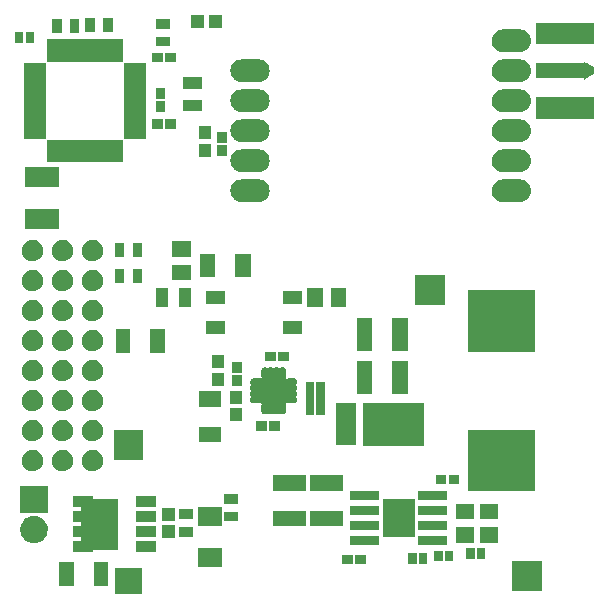
<source format=gts>
%FSLAX46Y46*%
G04 Gerber Fmt 4.6, Leading zero omitted, Abs format (unit mm)*
G04 Created by KiCad (PCBNEW (2014-10-31 BZR 5243)-product) date So 05 Apr 2015 19:44:45 CEST*
%MOMM*%
G01*
G04 APERTURE LIST*
%ADD10C,0.100000*%
G04 APERTURE END LIST*
D10*
G36*
X76701139Y-23050000D02*
X76700000Y-23050000D01*
X76000000Y-23050000D01*
X75998860Y-23050000D01*
X75998860Y-22150000D01*
X76000000Y-22150000D01*
X76700000Y-22150000D01*
X76701139Y-22150000D01*
X76701139Y-23050000D01*
X76701139Y-23050000D01*
G37*
G36*
X77601139Y-23050000D02*
X77600000Y-23050000D01*
X76900000Y-23050000D01*
X76898860Y-23050000D01*
X76898860Y-22150000D01*
X76900000Y-22150000D01*
X77600000Y-22150000D01*
X77601139Y-22150000D01*
X77601139Y-23050000D01*
X77601139Y-23050000D01*
G37*
G36*
X78370841Y-40555703D02*
X78368132Y-40749767D01*
X78327842Y-40927101D01*
X78256908Y-41086423D01*
X78155307Y-41230450D01*
X78024965Y-41354574D01*
X77880841Y-41446037D01*
X77707814Y-41513150D01*
X77545162Y-41541831D01*
X77359612Y-41537943D01*
X77192901Y-41501290D01*
X77027972Y-41429233D01*
X76883234Y-41328639D01*
X76762083Y-41203184D01*
X76663574Y-41050326D01*
X76601419Y-40893340D01*
X76567916Y-40710798D01*
X76570248Y-40543815D01*
X76608446Y-40364105D01*
X76676418Y-40205516D01*
X76777046Y-40058550D01*
X76904314Y-39933922D01*
X77048696Y-39839440D01*
X77219036Y-39770619D01*
X77383073Y-39739327D01*
X77568667Y-39740622D01*
X77734058Y-39774573D01*
X77901699Y-39845041D01*
X78046286Y-39942567D01*
X78170487Y-40067639D01*
X78270088Y-40217549D01*
X78335132Y-40375359D01*
X78370841Y-40555703D01*
X78370841Y-40555703D01*
G37*
G36*
X78370841Y-43095703D02*
X78368132Y-43289767D01*
X78327842Y-43467101D01*
X78256908Y-43626423D01*
X78155307Y-43770450D01*
X78024965Y-43894574D01*
X77880841Y-43986037D01*
X77707814Y-44053150D01*
X77545162Y-44081831D01*
X77359612Y-44077943D01*
X77192901Y-44041290D01*
X77027972Y-43969233D01*
X76883234Y-43868639D01*
X76762083Y-43743184D01*
X76663574Y-43590326D01*
X76601419Y-43433340D01*
X76567916Y-43250798D01*
X76570248Y-43083815D01*
X76608446Y-42904105D01*
X76676418Y-42745516D01*
X76777046Y-42598550D01*
X76904314Y-42473922D01*
X77048696Y-42379440D01*
X77219036Y-42310619D01*
X77383073Y-42279327D01*
X77568667Y-42280622D01*
X77734058Y-42314573D01*
X77901699Y-42385041D01*
X78046286Y-42482567D01*
X78170487Y-42607639D01*
X78270088Y-42757549D01*
X78335132Y-42915359D01*
X78370841Y-43095703D01*
X78370841Y-43095703D01*
G37*
G36*
X78370841Y-45635703D02*
X78368132Y-45829767D01*
X78327842Y-46007101D01*
X78256908Y-46166423D01*
X78155307Y-46310450D01*
X78024965Y-46434574D01*
X77880841Y-46526037D01*
X77707814Y-46593150D01*
X77545162Y-46621831D01*
X77359612Y-46617943D01*
X77192901Y-46581290D01*
X77027972Y-46509233D01*
X76883234Y-46408639D01*
X76762083Y-46283184D01*
X76663574Y-46130326D01*
X76601419Y-45973340D01*
X76567916Y-45790798D01*
X76570248Y-45623815D01*
X76608446Y-45444105D01*
X76676418Y-45285516D01*
X76777046Y-45138550D01*
X76904314Y-45013922D01*
X77048696Y-44919440D01*
X77219036Y-44850619D01*
X77383073Y-44819327D01*
X77568667Y-44820622D01*
X77734058Y-44854573D01*
X77901699Y-44925041D01*
X78046286Y-45022567D01*
X78170487Y-45147639D01*
X78270088Y-45297549D01*
X78335132Y-45455359D01*
X78370841Y-45635703D01*
X78370841Y-45635703D01*
G37*
G36*
X78370841Y-48175703D02*
X78368132Y-48369767D01*
X78327842Y-48547101D01*
X78256908Y-48706423D01*
X78155307Y-48850450D01*
X78024965Y-48974574D01*
X77880841Y-49066037D01*
X77707814Y-49133150D01*
X77545162Y-49161831D01*
X77359612Y-49157943D01*
X77192901Y-49121290D01*
X77027972Y-49049233D01*
X76883234Y-48948639D01*
X76762083Y-48823184D01*
X76663574Y-48670326D01*
X76601419Y-48513340D01*
X76567916Y-48330798D01*
X76570248Y-48163815D01*
X76608446Y-47984105D01*
X76676418Y-47825516D01*
X76777046Y-47678550D01*
X76904314Y-47553922D01*
X77048696Y-47459440D01*
X77219036Y-47390619D01*
X77383073Y-47359327D01*
X77568667Y-47360622D01*
X77734058Y-47394573D01*
X77901699Y-47465041D01*
X78046286Y-47562567D01*
X78170487Y-47687639D01*
X78270088Y-47837549D01*
X78335132Y-47995359D01*
X78370841Y-48175703D01*
X78370841Y-48175703D01*
G37*
G36*
X78370841Y-50715703D02*
X78368132Y-50909767D01*
X78327842Y-51087101D01*
X78256908Y-51246423D01*
X78155307Y-51390450D01*
X78024965Y-51514574D01*
X77880841Y-51606037D01*
X77707814Y-51673150D01*
X77545162Y-51701831D01*
X77359612Y-51697943D01*
X77192901Y-51661290D01*
X77027972Y-51589233D01*
X76883234Y-51488639D01*
X76762083Y-51363184D01*
X76663574Y-51210326D01*
X76601419Y-51053340D01*
X76567916Y-50870798D01*
X76570248Y-50703815D01*
X76608446Y-50524105D01*
X76676418Y-50365516D01*
X76777046Y-50218550D01*
X76904314Y-50093922D01*
X77048696Y-49999440D01*
X77219036Y-49930619D01*
X77383073Y-49899327D01*
X77568667Y-49900622D01*
X77734058Y-49934573D01*
X77901699Y-50005041D01*
X78046286Y-50102567D01*
X78170487Y-50227639D01*
X78270088Y-50377549D01*
X78335132Y-50535359D01*
X78370841Y-50715703D01*
X78370841Y-50715703D01*
G37*
G36*
X78370841Y-53255703D02*
X78368132Y-53449767D01*
X78327842Y-53627101D01*
X78256908Y-53786423D01*
X78155307Y-53930450D01*
X78024965Y-54054574D01*
X77880841Y-54146037D01*
X77707814Y-54213150D01*
X77545162Y-54241831D01*
X77359612Y-54237943D01*
X77192901Y-54201290D01*
X77027972Y-54129233D01*
X76883234Y-54028639D01*
X76762083Y-53903184D01*
X76663574Y-53750326D01*
X76601419Y-53593340D01*
X76567916Y-53410798D01*
X76570248Y-53243815D01*
X76608446Y-53064105D01*
X76676418Y-52905516D01*
X76777046Y-52758550D01*
X76904314Y-52633922D01*
X77048696Y-52539440D01*
X77219036Y-52470619D01*
X77383073Y-52439327D01*
X77568667Y-52440622D01*
X77734058Y-52474573D01*
X77901699Y-52545041D01*
X78046286Y-52642567D01*
X78170487Y-52767639D01*
X78270088Y-52917549D01*
X78335132Y-53075359D01*
X78370841Y-53255703D01*
X78370841Y-53255703D01*
G37*
G36*
X78370841Y-55795703D02*
X78368132Y-55989767D01*
X78327842Y-56167101D01*
X78256908Y-56326423D01*
X78155307Y-56470450D01*
X78024965Y-56594574D01*
X77880841Y-56686037D01*
X77707814Y-56753150D01*
X77545162Y-56781831D01*
X77359612Y-56777943D01*
X77192901Y-56741290D01*
X77027972Y-56669233D01*
X76883234Y-56568639D01*
X76762083Y-56443184D01*
X76663574Y-56290326D01*
X76601419Y-56133340D01*
X76567916Y-55950798D01*
X76570248Y-55783815D01*
X76608446Y-55604105D01*
X76676418Y-55445516D01*
X76777046Y-55298550D01*
X76904314Y-55173922D01*
X77048696Y-55079440D01*
X77219036Y-55010619D01*
X77383073Y-54979327D01*
X77568667Y-54980622D01*
X77734058Y-55014573D01*
X77901699Y-55085041D01*
X78046286Y-55182567D01*
X78170487Y-55307639D01*
X78270088Y-55457549D01*
X78335132Y-55615359D01*
X78370841Y-55795703D01*
X78370841Y-55795703D01*
G37*
G36*
X78370841Y-58335703D02*
X78368132Y-58529767D01*
X78327842Y-58707101D01*
X78256908Y-58866423D01*
X78155307Y-59010450D01*
X78024965Y-59134574D01*
X77880841Y-59226037D01*
X77707814Y-59293150D01*
X77545162Y-59321831D01*
X77359612Y-59317943D01*
X77192901Y-59281290D01*
X77027972Y-59209233D01*
X76883234Y-59108639D01*
X76762083Y-58983184D01*
X76663574Y-58830326D01*
X76601419Y-58673340D01*
X76567916Y-58490798D01*
X76570248Y-58323815D01*
X76608446Y-58144105D01*
X76676418Y-57985516D01*
X76777046Y-57838550D01*
X76904314Y-57713922D01*
X77048696Y-57619440D01*
X77219036Y-57550619D01*
X77383073Y-57519327D01*
X77568667Y-57520622D01*
X77734058Y-57554573D01*
X77901699Y-57625041D01*
X78046286Y-57722567D01*
X78170487Y-57847639D01*
X78270088Y-57997549D01*
X78335132Y-58155359D01*
X78370841Y-58335703D01*
X78370841Y-58335703D01*
G37*
G36*
X78616139Y-31165201D02*
X78615000Y-31165000D01*
X78614999Y-31165000D01*
X76715000Y-31165000D01*
X76713860Y-31165000D01*
X76713860Y-30453023D01*
X76713860Y-30426976D01*
X76713860Y-30253023D01*
X76713860Y-30226976D01*
X76713860Y-29653023D01*
X76713860Y-29626976D01*
X76713860Y-29453023D01*
X76713860Y-29426976D01*
X76713860Y-28853023D01*
X76713860Y-28826976D01*
X76713860Y-28653023D01*
X76713860Y-28626976D01*
X76713860Y-28053023D01*
X76713860Y-28026976D01*
X76713860Y-27853023D01*
X76713860Y-27826976D01*
X76713860Y-27253023D01*
X76713860Y-27226976D01*
X76713860Y-27053023D01*
X76713860Y-27026976D01*
X76713860Y-26453023D01*
X76713860Y-26426976D01*
X76713860Y-26253023D01*
X76713860Y-26226976D01*
X76713860Y-25653023D01*
X76713860Y-25626976D01*
X76713860Y-25453023D01*
X76713860Y-25426976D01*
X76713860Y-24715000D01*
X76715000Y-24715000D01*
X78615000Y-24715000D01*
X78616139Y-24714799D01*
X78616139Y-24728023D01*
X78616139Y-25426976D01*
X78616139Y-25453023D01*
X78616139Y-25626976D01*
X78616139Y-25653023D01*
X78616139Y-26226976D01*
X78616139Y-26253023D01*
X78616139Y-26426976D01*
X78616139Y-26453023D01*
X78616139Y-27026976D01*
X78616139Y-27053023D01*
X78616139Y-27226976D01*
X78616139Y-27253023D01*
X78616139Y-27826976D01*
X78616139Y-27853023D01*
X78616139Y-28026976D01*
X78616139Y-28053023D01*
X78616139Y-28626976D01*
X78616139Y-28653023D01*
X78616139Y-28826976D01*
X78616139Y-28853023D01*
X78616139Y-29426976D01*
X78616139Y-29453023D01*
X78616139Y-29626976D01*
X78616139Y-29653023D01*
X78616139Y-30226976D01*
X78616139Y-30253023D01*
X78616139Y-30426976D01*
X78616139Y-30453023D01*
X78616139Y-31151976D01*
X78616139Y-31165201D01*
X78616139Y-31165201D01*
G37*
G36*
X78767047Y-64246084D02*
X78767018Y-64250308D01*
X78765897Y-64260298D01*
X78765886Y-64261922D01*
X78740520Y-64488067D01*
X78740255Y-64488901D01*
X78740020Y-64490999D01*
X78672989Y-64702307D01*
X78671973Y-64704154D01*
X78671712Y-64704978D01*
X78562082Y-64904394D01*
X78561528Y-64905053D01*
X78559015Y-64909626D01*
X78420072Y-65075212D01*
X78416002Y-65078483D01*
X78415807Y-65078717D01*
X78238459Y-65221309D01*
X78238184Y-65221452D01*
X78235689Y-65223459D01*
X78039235Y-65326163D01*
X77817652Y-65391377D01*
X77591335Y-65411975D01*
X77367177Y-65388414D01*
X77144744Y-65319560D01*
X76951368Y-65215002D01*
X76948329Y-65212488D01*
X76947981Y-65212300D01*
X76772641Y-65067245D01*
X76772394Y-65066942D01*
X76769072Y-65064194D01*
X76631296Y-64895263D01*
X76629275Y-64891462D01*
X76628814Y-64890897D01*
X76521979Y-64689970D01*
X76521769Y-64689274D01*
X76521103Y-64688022D01*
X76456495Y-64474026D01*
X76456357Y-64472619D01*
X76456206Y-64472119D01*
X76434000Y-64245642D01*
X76434000Y-64244612D01*
X76432951Y-64233914D01*
X76432981Y-64229691D01*
X76434102Y-64219690D01*
X76434114Y-64218078D01*
X76459480Y-63991933D01*
X76459743Y-63991103D01*
X76459979Y-63989000D01*
X76527010Y-63777688D01*
X76528032Y-63775828D01*
X76528288Y-63775022D01*
X76637918Y-63575606D01*
X76638462Y-63574957D01*
X76640982Y-63570374D01*
X76640985Y-63570370D01*
X76779927Y-63404787D01*
X76784002Y-63401510D01*
X76784193Y-63401283D01*
X76961541Y-63258691D01*
X76961802Y-63258554D01*
X76964309Y-63256539D01*
X77160764Y-63153836D01*
X77382341Y-63088622D01*
X77608664Y-63068025D01*
X77832826Y-63091585D01*
X78055255Y-63160439D01*
X78248630Y-63264996D01*
X78251671Y-63267512D01*
X78252019Y-63267700D01*
X78427359Y-63412755D01*
X78427608Y-63413060D01*
X78430928Y-63415807D01*
X78568703Y-63584735D01*
X78570724Y-63588537D01*
X78571186Y-63589103D01*
X78678021Y-63790030D01*
X78678232Y-63790729D01*
X78678894Y-63791974D01*
X78743504Y-64005973D01*
X78743641Y-64007376D01*
X78743794Y-64007881D01*
X78766000Y-64234358D01*
X78766000Y-64235405D01*
X78767047Y-64246084D01*
X78767047Y-64246084D01*
G37*
G36*
X78767139Y-62866000D02*
X78766000Y-62866000D01*
X76434000Y-62866000D01*
X76432860Y-62866000D01*
X76432860Y-60534000D01*
X76434000Y-60534000D01*
X78766000Y-60534000D01*
X78767139Y-60534000D01*
X78767139Y-62866000D01*
X78767139Y-62866000D01*
G37*
G36*
X79731139Y-35245000D02*
X79730000Y-35245000D01*
X78380000Y-35245000D01*
X78304999Y-35245000D01*
X78230000Y-35245000D01*
X76880000Y-35245000D01*
X76878860Y-35245000D01*
X76878860Y-33545000D01*
X76880000Y-33545000D01*
X78230000Y-33545000D01*
X78305000Y-33545000D01*
X78380000Y-33545000D01*
X79730000Y-33545000D01*
X79731139Y-33545000D01*
X79731139Y-35245000D01*
X79731139Y-35245000D01*
G37*
G36*
X79731139Y-38845000D02*
X79730000Y-38845000D01*
X78380000Y-38845000D01*
X78304999Y-38845000D01*
X78230000Y-38845000D01*
X76880000Y-38845000D01*
X76878860Y-38845000D01*
X76878860Y-37145000D01*
X76880000Y-37145000D01*
X78230000Y-37145000D01*
X78305000Y-37145000D01*
X78380000Y-37145000D01*
X79730000Y-37145000D01*
X79731139Y-37145000D01*
X79731139Y-38845000D01*
X79731139Y-38845000D01*
G37*
G36*
X79951139Y-22200000D02*
X79950000Y-22200000D01*
X79150000Y-22200000D01*
X79148860Y-22200000D01*
X79148860Y-21000000D01*
X79150000Y-21000000D01*
X79950000Y-21000000D01*
X79951139Y-21000000D01*
X79951139Y-22200000D01*
X79951139Y-22200000D01*
G37*
G36*
X80910841Y-40555703D02*
X80908132Y-40749767D01*
X80867842Y-40927101D01*
X80796908Y-41086423D01*
X80695307Y-41230450D01*
X80564965Y-41354574D01*
X80420841Y-41446037D01*
X80247814Y-41513150D01*
X80085162Y-41541831D01*
X79899612Y-41537943D01*
X79732901Y-41501290D01*
X79567972Y-41429233D01*
X79423234Y-41328639D01*
X79302083Y-41203184D01*
X79203574Y-41050326D01*
X79141419Y-40893340D01*
X79107916Y-40710798D01*
X79110248Y-40543815D01*
X79148446Y-40364105D01*
X79216418Y-40205516D01*
X79317046Y-40058550D01*
X79444314Y-39933922D01*
X79588696Y-39839440D01*
X79759036Y-39770619D01*
X79923073Y-39739327D01*
X80108667Y-39740622D01*
X80274058Y-39774573D01*
X80441699Y-39845041D01*
X80586286Y-39942567D01*
X80710487Y-40067639D01*
X80810088Y-40217549D01*
X80875132Y-40375359D01*
X80910841Y-40555703D01*
X80910841Y-40555703D01*
G37*
G36*
X80910841Y-43095703D02*
X80908132Y-43289767D01*
X80867842Y-43467101D01*
X80796908Y-43626423D01*
X80695307Y-43770450D01*
X80564965Y-43894574D01*
X80420841Y-43986037D01*
X80247814Y-44053150D01*
X80085162Y-44081831D01*
X79899612Y-44077943D01*
X79732901Y-44041290D01*
X79567972Y-43969233D01*
X79423234Y-43868639D01*
X79302083Y-43743184D01*
X79203574Y-43590326D01*
X79141419Y-43433340D01*
X79107916Y-43250798D01*
X79110248Y-43083815D01*
X79148446Y-42904105D01*
X79216418Y-42745516D01*
X79317046Y-42598550D01*
X79444314Y-42473922D01*
X79588696Y-42379440D01*
X79759036Y-42310619D01*
X79923073Y-42279327D01*
X80108667Y-42280622D01*
X80274058Y-42314573D01*
X80441699Y-42385041D01*
X80586286Y-42482567D01*
X80710487Y-42607639D01*
X80810088Y-42757549D01*
X80875132Y-42915359D01*
X80910841Y-43095703D01*
X80910841Y-43095703D01*
G37*
G36*
X80910841Y-45635703D02*
X80908132Y-45829767D01*
X80867842Y-46007101D01*
X80796908Y-46166423D01*
X80695307Y-46310450D01*
X80564965Y-46434574D01*
X80420841Y-46526037D01*
X80247814Y-46593150D01*
X80085162Y-46621831D01*
X79899612Y-46617943D01*
X79732901Y-46581290D01*
X79567972Y-46509233D01*
X79423234Y-46408639D01*
X79302083Y-46283184D01*
X79203574Y-46130326D01*
X79141419Y-45973340D01*
X79107916Y-45790798D01*
X79110248Y-45623815D01*
X79148446Y-45444105D01*
X79216418Y-45285516D01*
X79317046Y-45138550D01*
X79444314Y-45013922D01*
X79588696Y-44919440D01*
X79759036Y-44850619D01*
X79923073Y-44819327D01*
X80108667Y-44820622D01*
X80274058Y-44854573D01*
X80441699Y-44925041D01*
X80586286Y-45022567D01*
X80710487Y-45147639D01*
X80810088Y-45297549D01*
X80875132Y-45455359D01*
X80910841Y-45635703D01*
X80910841Y-45635703D01*
G37*
G36*
X80910841Y-48175703D02*
X80908132Y-48369767D01*
X80867842Y-48547101D01*
X80796908Y-48706423D01*
X80695307Y-48850450D01*
X80564965Y-48974574D01*
X80420841Y-49066037D01*
X80247814Y-49133150D01*
X80085162Y-49161831D01*
X79899612Y-49157943D01*
X79732901Y-49121290D01*
X79567972Y-49049233D01*
X79423234Y-48948639D01*
X79302083Y-48823184D01*
X79203574Y-48670326D01*
X79141419Y-48513340D01*
X79107916Y-48330798D01*
X79110248Y-48163815D01*
X79148446Y-47984105D01*
X79216418Y-47825516D01*
X79317046Y-47678550D01*
X79444314Y-47553922D01*
X79588696Y-47459440D01*
X79759036Y-47390619D01*
X79923073Y-47359327D01*
X80108667Y-47360622D01*
X80274058Y-47394573D01*
X80441699Y-47465041D01*
X80586286Y-47562567D01*
X80710487Y-47687639D01*
X80810088Y-47837549D01*
X80875132Y-47995359D01*
X80910841Y-48175703D01*
X80910841Y-48175703D01*
G37*
G36*
X80910841Y-50715703D02*
X80908132Y-50909767D01*
X80867842Y-51087101D01*
X80796908Y-51246423D01*
X80695307Y-51390450D01*
X80564965Y-51514574D01*
X80420841Y-51606037D01*
X80247814Y-51673150D01*
X80085162Y-51701831D01*
X79899612Y-51697943D01*
X79732901Y-51661290D01*
X79567972Y-51589233D01*
X79423234Y-51488639D01*
X79302083Y-51363184D01*
X79203574Y-51210326D01*
X79141419Y-51053340D01*
X79107916Y-50870798D01*
X79110248Y-50703815D01*
X79148446Y-50524105D01*
X79216418Y-50365516D01*
X79317046Y-50218550D01*
X79444314Y-50093922D01*
X79588696Y-49999440D01*
X79759036Y-49930619D01*
X79923073Y-49899327D01*
X80108667Y-49900622D01*
X80274058Y-49934573D01*
X80441699Y-50005041D01*
X80586286Y-50102567D01*
X80710487Y-50227639D01*
X80810088Y-50377549D01*
X80875132Y-50535359D01*
X80910841Y-50715703D01*
X80910841Y-50715703D01*
G37*
G36*
X80910841Y-53255703D02*
X80908132Y-53449767D01*
X80867842Y-53627101D01*
X80796908Y-53786423D01*
X80695307Y-53930450D01*
X80564965Y-54054574D01*
X80420841Y-54146037D01*
X80247814Y-54213150D01*
X80085162Y-54241831D01*
X79899612Y-54237943D01*
X79732901Y-54201290D01*
X79567972Y-54129233D01*
X79423234Y-54028639D01*
X79302083Y-53903184D01*
X79203574Y-53750326D01*
X79141419Y-53593340D01*
X79107916Y-53410798D01*
X79110248Y-53243815D01*
X79148446Y-53064105D01*
X79216418Y-52905516D01*
X79317046Y-52758550D01*
X79444314Y-52633922D01*
X79588696Y-52539440D01*
X79759036Y-52470619D01*
X79923073Y-52439327D01*
X80108667Y-52440622D01*
X80274058Y-52474573D01*
X80441699Y-52545041D01*
X80586286Y-52642567D01*
X80710487Y-52767639D01*
X80810088Y-52917549D01*
X80875132Y-53075359D01*
X80910841Y-53255703D01*
X80910841Y-53255703D01*
G37*
G36*
X80910841Y-55795703D02*
X80908132Y-55989767D01*
X80867842Y-56167101D01*
X80796908Y-56326423D01*
X80695307Y-56470450D01*
X80564965Y-56594574D01*
X80420841Y-56686037D01*
X80247814Y-56753150D01*
X80085162Y-56781831D01*
X79899612Y-56777943D01*
X79732901Y-56741290D01*
X79567972Y-56669233D01*
X79423234Y-56568639D01*
X79302083Y-56443184D01*
X79203574Y-56290326D01*
X79141419Y-56133340D01*
X79107916Y-55950798D01*
X79110248Y-55783815D01*
X79148446Y-55604105D01*
X79216418Y-55445516D01*
X79317046Y-55298550D01*
X79444314Y-55173922D01*
X79588696Y-55079440D01*
X79759036Y-55010619D01*
X79923073Y-54979327D01*
X80108667Y-54980622D01*
X80274058Y-55014573D01*
X80441699Y-55085041D01*
X80586286Y-55182567D01*
X80710487Y-55307639D01*
X80810088Y-55457549D01*
X80875132Y-55615359D01*
X80910841Y-55795703D01*
X80910841Y-55795703D01*
G37*
G36*
X80910841Y-58335703D02*
X80908132Y-58529767D01*
X80867842Y-58707101D01*
X80796908Y-58866423D01*
X80695307Y-59010450D01*
X80564965Y-59134574D01*
X80420841Y-59226037D01*
X80247814Y-59293150D01*
X80085162Y-59321831D01*
X79899612Y-59317943D01*
X79732901Y-59281290D01*
X79567972Y-59209233D01*
X79423234Y-59108639D01*
X79302083Y-58983184D01*
X79203574Y-58830326D01*
X79141419Y-58673340D01*
X79107916Y-58490798D01*
X79110248Y-58323815D01*
X79148446Y-58144105D01*
X79216418Y-57985516D01*
X79317046Y-57838550D01*
X79444314Y-57713922D01*
X79588696Y-57619440D01*
X79759036Y-57550619D01*
X79923073Y-57519327D01*
X80108667Y-57520622D01*
X80274058Y-57554573D01*
X80441699Y-57625041D01*
X80586286Y-57722567D01*
X80710487Y-57847639D01*
X80810088Y-57997549D01*
X80875132Y-58155359D01*
X80910841Y-58335703D01*
X80910841Y-58335703D01*
G37*
G36*
X80951139Y-69000000D02*
X80950000Y-69000000D01*
X79750000Y-69000000D01*
X79748860Y-69000000D01*
X79748860Y-67000000D01*
X79750000Y-67000000D01*
X80950000Y-67000000D01*
X80951139Y-67000000D01*
X80951139Y-69000000D01*
X80951139Y-69000000D01*
G37*
G36*
X81451139Y-22200000D02*
X81450000Y-22200000D01*
X80650000Y-22200000D01*
X80648860Y-22200000D01*
X80648860Y-21000000D01*
X80650000Y-21000000D01*
X81450000Y-21000000D01*
X81451139Y-21000000D01*
X81451139Y-22200000D01*
X81451139Y-22200000D01*
G37*
G36*
X82751139Y-22100000D02*
X82750000Y-22100000D01*
X81950000Y-22100000D01*
X81948860Y-22100000D01*
X81948860Y-20900000D01*
X81950000Y-20900000D01*
X82750000Y-20900000D01*
X82751139Y-20900000D01*
X82751139Y-22100000D01*
X82751139Y-22100000D01*
G37*
G36*
X83450841Y-40555703D02*
X83448132Y-40749767D01*
X83407842Y-40927101D01*
X83336908Y-41086423D01*
X83235307Y-41230450D01*
X83104965Y-41354574D01*
X82960841Y-41446037D01*
X82787814Y-41513150D01*
X82625162Y-41541831D01*
X82439612Y-41537943D01*
X82272901Y-41501290D01*
X82107972Y-41429233D01*
X81963234Y-41328639D01*
X81842083Y-41203184D01*
X81743574Y-41050326D01*
X81681419Y-40893340D01*
X81647916Y-40710798D01*
X81650248Y-40543815D01*
X81688446Y-40364105D01*
X81756418Y-40205516D01*
X81857046Y-40058550D01*
X81984314Y-39933922D01*
X82128696Y-39839440D01*
X82299036Y-39770619D01*
X82463073Y-39739327D01*
X82648667Y-39740622D01*
X82814058Y-39774573D01*
X82981699Y-39845041D01*
X83126286Y-39942567D01*
X83250487Y-40067639D01*
X83350088Y-40217549D01*
X83415132Y-40375359D01*
X83450841Y-40555703D01*
X83450841Y-40555703D01*
G37*
G36*
X83450841Y-43095703D02*
X83448132Y-43289767D01*
X83407842Y-43467101D01*
X83336908Y-43626423D01*
X83235307Y-43770450D01*
X83104965Y-43894574D01*
X82960841Y-43986037D01*
X82787814Y-44053150D01*
X82625162Y-44081831D01*
X82439612Y-44077943D01*
X82272901Y-44041290D01*
X82107972Y-43969233D01*
X81963234Y-43868639D01*
X81842083Y-43743184D01*
X81743574Y-43590326D01*
X81681419Y-43433340D01*
X81647916Y-43250798D01*
X81650248Y-43083815D01*
X81688446Y-42904105D01*
X81756418Y-42745516D01*
X81857046Y-42598550D01*
X81984314Y-42473922D01*
X82128696Y-42379440D01*
X82299036Y-42310619D01*
X82463073Y-42279327D01*
X82648667Y-42280622D01*
X82814058Y-42314573D01*
X82981699Y-42385041D01*
X83126286Y-42482567D01*
X83250487Y-42607639D01*
X83350088Y-42757549D01*
X83415132Y-42915359D01*
X83450841Y-43095703D01*
X83450841Y-43095703D01*
G37*
G36*
X83450841Y-45635703D02*
X83448132Y-45829767D01*
X83407842Y-46007101D01*
X83336908Y-46166423D01*
X83235307Y-46310450D01*
X83104965Y-46434574D01*
X82960841Y-46526037D01*
X82787814Y-46593150D01*
X82625162Y-46621831D01*
X82439612Y-46617943D01*
X82272901Y-46581290D01*
X82107972Y-46509233D01*
X81963234Y-46408639D01*
X81842083Y-46283184D01*
X81743574Y-46130326D01*
X81681419Y-45973340D01*
X81647916Y-45790798D01*
X81650248Y-45623815D01*
X81688446Y-45444105D01*
X81756418Y-45285516D01*
X81857046Y-45138550D01*
X81984314Y-45013922D01*
X82128696Y-44919440D01*
X82299036Y-44850619D01*
X82463073Y-44819327D01*
X82648667Y-44820622D01*
X82814058Y-44854573D01*
X82981699Y-44925041D01*
X83126286Y-45022567D01*
X83250487Y-45147639D01*
X83350088Y-45297549D01*
X83415132Y-45455359D01*
X83450841Y-45635703D01*
X83450841Y-45635703D01*
G37*
G36*
X83450841Y-48175703D02*
X83448132Y-48369767D01*
X83407842Y-48547101D01*
X83336908Y-48706423D01*
X83235307Y-48850450D01*
X83104965Y-48974574D01*
X82960841Y-49066037D01*
X82787814Y-49133150D01*
X82625162Y-49161831D01*
X82439612Y-49157943D01*
X82272901Y-49121290D01*
X82107972Y-49049233D01*
X81963234Y-48948639D01*
X81842083Y-48823184D01*
X81743574Y-48670326D01*
X81681419Y-48513340D01*
X81647916Y-48330798D01*
X81650248Y-48163815D01*
X81688446Y-47984105D01*
X81756418Y-47825516D01*
X81857046Y-47678550D01*
X81984314Y-47553922D01*
X82128696Y-47459440D01*
X82299036Y-47390619D01*
X82463073Y-47359327D01*
X82648667Y-47360622D01*
X82814058Y-47394573D01*
X82981699Y-47465041D01*
X83126286Y-47562567D01*
X83250487Y-47687639D01*
X83350088Y-47837549D01*
X83415132Y-47995359D01*
X83450841Y-48175703D01*
X83450841Y-48175703D01*
G37*
G36*
X83450841Y-50715703D02*
X83448132Y-50909767D01*
X83407842Y-51087101D01*
X83336908Y-51246423D01*
X83235307Y-51390450D01*
X83104965Y-51514574D01*
X82960841Y-51606037D01*
X82787814Y-51673150D01*
X82625162Y-51701831D01*
X82439612Y-51697943D01*
X82272901Y-51661290D01*
X82107972Y-51589233D01*
X81963234Y-51488639D01*
X81842083Y-51363184D01*
X81743574Y-51210326D01*
X81681419Y-51053340D01*
X81647916Y-50870798D01*
X81650248Y-50703815D01*
X81688446Y-50524105D01*
X81756418Y-50365516D01*
X81857046Y-50218550D01*
X81984314Y-50093922D01*
X82128696Y-49999440D01*
X82299036Y-49930619D01*
X82463073Y-49899327D01*
X82648667Y-49900622D01*
X82814058Y-49934573D01*
X82981699Y-50005041D01*
X83126286Y-50102567D01*
X83250487Y-50227639D01*
X83350088Y-50377549D01*
X83415132Y-50535359D01*
X83450841Y-50715703D01*
X83450841Y-50715703D01*
G37*
G36*
X83450841Y-53255703D02*
X83448132Y-53449767D01*
X83407842Y-53627101D01*
X83336908Y-53786423D01*
X83235307Y-53930450D01*
X83104965Y-54054574D01*
X82960841Y-54146037D01*
X82787814Y-54213150D01*
X82625162Y-54241831D01*
X82439612Y-54237943D01*
X82272901Y-54201290D01*
X82107972Y-54129233D01*
X81963234Y-54028639D01*
X81842083Y-53903184D01*
X81743574Y-53750326D01*
X81681419Y-53593340D01*
X81647916Y-53410798D01*
X81650248Y-53243815D01*
X81688446Y-53064105D01*
X81756418Y-52905516D01*
X81857046Y-52758550D01*
X81984314Y-52633922D01*
X82128696Y-52539440D01*
X82299036Y-52470619D01*
X82463073Y-52439327D01*
X82648667Y-52440622D01*
X82814058Y-52474573D01*
X82981699Y-52545041D01*
X83126286Y-52642567D01*
X83250487Y-52767639D01*
X83350088Y-52917549D01*
X83415132Y-53075359D01*
X83450841Y-53255703D01*
X83450841Y-53255703D01*
G37*
G36*
X83450841Y-55795703D02*
X83448132Y-55989767D01*
X83407842Y-56167101D01*
X83336908Y-56326423D01*
X83235307Y-56470450D01*
X83104965Y-56594574D01*
X82960841Y-56686037D01*
X82787814Y-56753150D01*
X82625162Y-56781831D01*
X82439612Y-56777943D01*
X82272901Y-56741290D01*
X82107972Y-56669233D01*
X81963234Y-56568639D01*
X81842083Y-56443184D01*
X81743574Y-56290326D01*
X81681419Y-56133340D01*
X81647916Y-55950798D01*
X81650248Y-55783815D01*
X81688446Y-55604105D01*
X81756418Y-55445516D01*
X81857046Y-55298550D01*
X81984314Y-55173922D01*
X82128696Y-55079440D01*
X82299036Y-55010619D01*
X82463073Y-54979327D01*
X82648667Y-54980622D01*
X82814058Y-55014573D01*
X82981699Y-55085041D01*
X83126286Y-55182567D01*
X83250487Y-55307639D01*
X83350088Y-55457549D01*
X83415132Y-55615359D01*
X83450841Y-55795703D01*
X83450841Y-55795703D01*
G37*
G36*
X83450841Y-58335703D02*
X83448132Y-58529767D01*
X83407842Y-58707101D01*
X83336908Y-58866423D01*
X83235307Y-59010450D01*
X83104965Y-59134574D01*
X82960841Y-59226037D01*
X82787814Y-59293150D01*
X82625162Y-59321831D01*
X82439612Y-59317943D01*
X82272901Y-59281290D01*
X82107972Y-59209233D01*
X81963234Y-59108639D01*
X81842083Y-58983184D01*
X81743574Y-58830326D01*
X81681419Y-58673340D01*
X81647916Y-58490798D01*
X81650248Y-58323815D01*
X81688446Y-58144105D01*
X81756418Y-57985516D01*
X81857046Y-57838550D01*
X81984314Y-57713922D01*
X82128696Y-57619440D01*
X82299036Y-57550619D01*
X82463073Y-57519327D01*
X82648667Y-57520622D01*
X82814058Y-57554573D01*
X82981699Y-57625041D01*
X83126286Y-57722567D01*
X83250487Y-57847639D01*
X83350088Y-57997549D01*
X83415132Y-58155359D01*
X83450841Y-58335703D01*
X83450841Y-58335703D01*
G37*
G36*
X83851139Y-69000000D02*
X83850000Y-69000000D01*
X82650000Y-69000000D01*
X82648860Y-69000000D01*
X82648860Y-67000000D01*
X82650000Y-67000000D01*
X83850000Y-67000000D01*
X83851139Y-67000000D01*
X83851139Y-69000000D01*
X83851139Y-69000000D01*
G37*
G36*
X84251139Y-22100000D02*
X84250000Y-22100000D01*
X83450000Y-22100000D01*
X83448860Y-22100000D01*
X83448860Y-20900000D01*
X83450000Y-20900000D01*
X84250000Y-20900000D01*
X84251139Y-20900000D01*
X84251139Y-22100000D01*
X84251139Y-22100000D01*
G37*
G36*
X84680679Y-65950250D02*
X84679540Y-65950250D01*
X82657769Y-65950250D01*
X82632118Y-65954773D01*
X82609560Y-65967796D01*
X82592818Y-65987749D01*
X82583909Y-66012226D01*
X82583909Y-66038273D01*
X82583909Y-66154720D01*
X82582770Y-66154720D01*
X80883230Y-66154720D01*
X80882090Y-66154720D01*
X80882090Y-65255280D01*
X80883230Y-65255280D01*
X81505460Y-65255280D01*
X81531111Y-65250756D01*
X81553669Y-65237733D01*
X81570411Y-65217779D01*
X81579320Y-65193303D01*
X81579320Y-65167256D01*
X81579320Y-64972743D01*
X81579320Y-64946696D01*
X81570411Y-64922219D01*
X81553669Y-64902266D01*
X81531111Y-64889243D01*
X81505459Y-64884720D01*
X80883230Y-64884720D01*
X80882090Y-64884720D01*
X80882090Y-63985280D01*
X80883230Y-63985280D01*
X81505460Y-63985280D01*
X81531111Y-63980756D01*
X81553669Y-63967733D01*
X81570411Y-63947779D01*
X81579320Y-63923303D01*
X81579320Y-63897256D01*
X81579320Y-63702743D01*
X81579320Y-63676696D01*
X81570411Y-63652219D01*
X81553669Y-63632266D01*
X81531111Y-63619243D01*
X81505459Y-63614720D01*
X80883230Y-63614720D01*
X80882090Y-63614720D01*
X80882090Y-62715280D01*
X80883230Y-62715280D01*
X81505460Y-62715280D01*
X81531111Y-62710756D01*
X81553669Y-62697733D01*
X81570411Y-62677779D01*
X81579320Y-62653303D01*
X81579320Y-62627256D01*
X81579320Y-62432743D01*
X81579320Y-62406696D01*
X81570411Y-62382219D01*
X81553669Y-62362266D01*
X81531111Y-62349243D01*
X81505459Y-62344720D01*
X80883230Y-62344720D01*
X80882090Y-62344720D01*
X80882090Y-61445280D01*
X80883230Y-61445280D01*
X82582770Y-61445280D01*
X82583909Y-61445280D01*
X82583909Y-61561726D01*
X82583909Y-61587773D01*
X82592818Y-61612249D01*
X82609560Y-61632203D01*
X82632118Y-61645226D01*
X82657770Y-61649750D01*
X84679540Y-61649750D01*
X84680679Y-61649750D01*
X84680679Y-65950250D01*
X84680679Y-65950250D01*
G37*
G36*
X85141139Y-24640201D02*
X85140000Y-24640000D01*
X85139999Y-24640000D01*
X84414999Y-24640000D01*
X84340000Y-24640000D01*
X84290000Y-24640000D01*
X84214999Y-24640000D01*
X83614999Y-24640000D01*
X83540000Y-24640000D01*
X83490000Y-24640000D01*
X83414999Y-24640000D01*
X82814999Y-24640000D01*
X82740000Y-24640000D01*
X82690000Y-24640000D01*
X82614999Y-24640000D01*
X82014999Y-24640000D01*
X81940000Y-24640000D01*
X81890000Y-24640000D01*
X81814999Y-24640000D01*
X81214999Y-24640000D01*
X81140000Y-24640000D01*
X81090000Y-24640000D01*
X81014999Y-24640000D01*
X80414999Y-24640000D01*
X80340000Y-24640000D01*
X80290000Y-24640000D01*
X80214999Y-24640000D01*
X79614999Y-24640000D01*
X79540000Y-24640000D01*
X79490000Y-24640000D01*
X79414999Y-24640000D01*
X78690000Y-24640000D01*
X78689999Y-24640000D01*
X78688860Y-24640200D01*
X78688860Y-24626976D01*
X78688860Y-22740000D01*
X78690000Y-22740000D01*
X79415000Y-22740000D01*
X79490000Y-22740000D01*
X79540000Y-22740000D01*
X79615000Y-22740000D01*
X80215000Y-22740000D01*
X80290000Y-22740000D01*
X80340000Y-22740000D01*
X80415000Y-22740000D01*
X81015000Y-22740000D01*
X81090000Y-22740000D01*
X81140000Y-22740000D01*
X81215000Y-22740000D01*
X81815000Y-22740000D01*
X81890000Y-22740000D01*
X81940000Y-22740000D01*
X82015000Y-22740000D01*
X82615000Y-22740000D01*
X82690000Y-22740000D01*
X82740000Y-22740000D01*
X82815000Y-22740000D01*
X83415000Y-22740000D01*
X83490000Y-22740000D01*
X83540000Y-22740000D01*
X83615000Y-22740000D01*
X84215000Y-22740000D01*
X84290000Y-22740000D01*
X84340000Y-22740000D01*
X84415000Y-22740000D01*
X85140000Y-22740000D01*
X85141139Y-22740000D01*
X85141139Y-24626976D01*
X85141139Y-24640201D01*
X85141139Y-24640201D01*
G37*
G36*
X85141139Y-33140000D02*
X85140000Y-33140000D01*
X85139999Y-33140000D01*
X84414999Y-33140000D01*
X84340000Y-33140000D01*
X84290000Y-33140000D01*
X84214999Y-33140000D01*
X83614999Y-33140000D01*
X83540000Y-33140000D01*
X83490000Y-33140000D01*
X83414999Y-33140000D01*
X82814999Y-33140000D01*
X82740000Y-33140000D01*
X82690000Y-33140000D01*
X82614999Y-33140000D01*
X82014999Y-33140000D01*
X81940000Y-33140000D01*
X81890000Y-33140000D01*
X81814999Y-33140000D01*
X81214999Y-33140000D01*
X81140000Y-33140000D01*
X81090000Y-33140000D01*
X81014999Y-33140000D01*
X80414999Y-33140000D01*
X80340000Y-33140000D01*
X80290000Y-33140000D01*
X80214999Y-33140000D01*
X79614999Y-33140000D01*
X79540000Y-33140000D01*
X79490000Y-33140000D01*
X79414999Y-33140000D01*
X78690000Y-33140000D01*
X78688860Y-33140000D01*
X78688860Y-31253023D01*
X78688860Y-31239798D01*
X78690000Y-31240000D01*
X79415000Y-31240000D01*
X79490000Y-31240000D01*
X79540000Y-31240000D01*
X79615000Y-31240000D01*
X80215000Y-31240000D01*
X80290000Y-31240000D01*
X80340000Y-31240000D01*
X80415000Y-31240000D01*
X81015000Y-31240000D01*
X81090000Y-31240000D01*
X81140000Y-31240000D01*
X81215000Y-31240000D01*
X81815000Y-31240000D01*
X81890000Y-31240000D01*
X81940000Y-31240000D01*
X82015000Y-31240000D01*
X82615000Y-31240000D01*
X82690000Y-31240000D01*
X82740000Y-31240000D01*
X82815000Y-31240000D01*
X83415000Y-31240000D01*
X83490000Y-31240000D01*
X83540000Y-31240000D01*
X83615000Y-31240000D01*
X84215000Y-31240000D01*
X84290000Y-31240000D01*
X84340000Y-31240000D01*
X84415000Y-31240000D01*
X85140000Y-31240000D01*
X85141139Y-31239799D01*
X85141139Y-31253023D01*
X85141139Y-33140000D01*
X85141139Y-33140000D01*
G37*
G36*
X85251139Y-41200000D02*
X85250000Y-41200000D01*
X84450000Y-41200000D01*
X84448860Y-41200000D01*
X84448860Y-40000000D01*
X84450000Y-40000000D01*
X85250000Y-40000000D01*
X85251139Y-40000000D01*
X85251139Y-41200000D01*
X85251139Y-41200000D01*
G37*
G36*
X85251139Y-43400000D02*
X85250000Y-43400000D01*
X84450000Y-43400000D01*
X84448860Y-43400000D01*
X84448860Y-42200000D01*
X84450000Y-42200000D01*
X85250000Y-42200000D01*
X85251139Y-42200000D01*
X85251139Y-43400000D01*
X85251139Y-43400000D01*
G37*
G36*
X85751139Y-49300000D02*
X85750000Y-49300000D01*
X84550000Y-49300000D01*
X84548860Y-49300000D01*
X84548860Y-47300000D01*
X84550000Y-47300000D01*
X85750000Y-47300000D01*
X85751139Y-47300000D01*
X85751139Y-49300000D01*
X85751139Y-49300000D01*
G37*
G36*
X86701139Y-69700000D02*
X86700000Y-69700000D01*
X84500000Y-69700000D01*
X84498860Y-69700000D01*
X84498860Y-67500000D01*
X84500000Y-67500000D01*
X86700000Y-67500000D01*
X86701139Y-67500000D01*
X86701139Y-69700000D01*
X86701139Y-69700000D01*
G37*
G36*
X86751139Y-41200000D02*
X86750000Y-41200000D01*
X85950000Y-41200000D01*
X85948860Y-41200000D01*
X85948860Y-40000000D01*
X85950000Y-40000000D01*
X86750000Y-40000000D01*
X86751139Y-40000000D01*
X86751139Y-41200000D01*
X86751139Y-41200000D01*
G37*
G36*
X86751139Y-43400000D02*
X86750000Y-43400000D01*
X85950000Y-43400000D01*
X85948860Y-43400000D01*
X85948860Y-42200000D01*
X85950000Y-42200000D01*
X86750000Y-42200000D01*
X86751139Y-42200000D01*
X86751139Y-43400000D01*
X86751139Y-43400000D01*
G37*
G36*
X86868739Y-58367600D02*
X86867600Y-58367600D01*
X84332400Y-58367600D01*
X84331260Y-58367600D01*
X84331260Y-55832400D01*
X84332400Y-55832400D01*
X86867600Y-55832400D01*
X86868739Y-55832400D01*
X86868739Y-58367600D01*
X86868739Y-58367600D01*
G37*
G36*
X87116139Y-31165000D02*
X87115000Y-31165000D01*
X85215000Y-31165000D01*
X85214999Y-31165000D01*
X85213860Y-31165200D01*
X85213860Y-31151976D01*
X85213860Y-30453023D01*
X85213860Y-30426976D01*
X85213860Y-30253023D01*
X85213860Y-30226976D01*
X85213860Y-29653023D01*
X85213860Y-29626976D01*
X85213860Y-29453023D01*
X85213860Y-29426976D01*
X85213860Y-28853023D01*
X85213860Y-28826976D01*
X85213860Y-28653023D01*
X85213860Y-28626976D01*
X85213860Y-28053023D01*
X85213860Y-28026976D01*
X85213860Y-27853023D01*
X85213860Y-27826976D01*
X85213860Y-27253023D01*
X85213860Y-27226976D01*
X85213860Y-27053023D01*
X85213860Y-27026976D01*
X85213860Y-26453023D01*
X85213860Y-26426976D01*
X85213860Y-26253023D01*
X85213860Y-26226976D01*
X85213860Y-25653023D01*
X85213860Y-25626976D01*
X85213860Y-25453023D01*
X85213860Y-25426976D01*
X85213860Y-24728023D01*
X85213860Y-24714798D01*
X85215000Y-24715000D01*
X87115000Y-24715000D01*
X87116139Y-24715000D01*
X87116139Y-25426976D01*
X87116139Y-25453023D01*
X87116139Y-25626976D01*
X87116139Y-25653023D01*
X87116139Y-26226976D01*
X87116139Y-26253023D01*
X87116139Y-26426976D01*
X87116139Y-26453023D01*
X87116139Y-27026976D01*
X87116139Y-27053023D01*
X87116139Y-27226976D01*
X87116139Y-27253023D01*
X87116139Y-27826976D01*
X87116139Y-27853023D01*
X87116139Y-28026976D01*
X87116139Y-28053023D01*
X87116139Y-28626976D01*
X87116139Y-28653023D01*
X87116139Y-28826976D01*
X87116139Y-28853023D01*
X87116139Y-29426976D01*
X87116139Y-29453023D01*
X87116139Y-29626976D01*
X87116139Y-29653023D01*
X87116139Y-30226976D01*
X87116139Y-30253023D01*
X87116139Y-30426976D01*
X87116139Y-30453023D01*
X87116139Y-31165000D01*
X87116139Y-31165000D01*
G37*
G36*
X87917909Y-62344720D02*
X87916770Y-62344720D01*
X86217230Y-62344720D01*
X86216090Y-62344720D01*
X86216090Y-61445280D01*
X86217230Y-61445280D01*
X87916770Y-61445280D01*
X87917909Y-61445280D01*
X87917909Y-62344720D01*
X87917909Y-62344720D01*
G37*
G36*
X87917909Y-63614720D02*
X87916770Y-63614720D01*
X86217230Y-63614720D01*
X86216090Y-63614720D01*
X86216090Y-62715280D01*
X86217230Y-62715280D01*
X87916770Y-62715280D01*
X87917909Y-62715280D01*
X87917909Y-63614720D01*
X87917909Y-63614720D01*
G37*
G36*
X87917909Y-64884720D02*
X87916770Y-64884720D01*
X86217230Y-64884720D01*
X86216090Y-64884720D01*
X86216090Y-63985280D01*
X86217230Y-63985280D01*
X87916770Y-63985280D01*
X87917909Y-63985280D01*
X87917909Y-64884720D01*
X87917909Y-64884720D01*
G37*
G36*
X87917909Y-66154720D02*
X87916770Y-66154720D01*
X86217230Y-66154720D01*
X86216090Y-66154720D01*
X86216090Y-65255280D01*
X86217230Y-65255280D01*
X87916770Y-65255280D01*
X87917909Y-65255280D01*
X87917909Y-66154720D01*
X87917909Y-66154720D01*
G37*
G36*
X88501139Y-24700000D02*
X88500000Y-24700000D01*
X87600000Y-24700000D01*
X87598860Y-24700000D01*
X87598860Y-23900000D01*
X87600000Y-23900000D01*
X88500000Y-23900000D01*
X88501139Y-23900000D01*
X88501139Y-24700000D01*
X88501139Y-24700000D01*
G37*
G36*
X88501139Y-30300000D02*
X88500000Y-30300000D01*
X87600000Y-30300000D01*
X87598860Y-30300000D01*
X87598860Y-29500000D01*
X87600000Y-29500000D01*
X88500000Y-29500000D01*
X88501139Y-29500000D01*
X88501139Y-30300000D01*
X88501139Y-30300000D01*
G37*
G36*
X88651139Y-49300000D02*
X88650000Y-49300000D01*
X87450000Y-49300000D01*
X87448860Y-49300000D01*
X87448860Y-47300000D01*
X87450000Y-47300000D01*
X88650000Y-47300000D01*
X88651139Y-47300000D01*
X88651139Y-49300000D01*
X88651139Y-49300000D01*
G37*
G36*
X88701139Y-27800000D02*
X88700000Y-27800000D01*
X87900000Y-27800000D01*
X87898860Y-27800000D01*
X87898860Y-26900000D01*
X87900000Y-26900000D01*
X88700000Y-26900000D01*
X88701139Y-26900000D01*
X88701139Y-27800000D01*
X88701139Y-27800000D01*
G37*
G36*
X88701139Y-28900000D02*
X88700000Y-28900000D01*
X87900000Y-28900000D01*
X87898860Y-28900000D01*
X87898860Y-28000000D01*
X87900000Y-28000000D01*
X88700000Y-28000000D01*
X88701139Y-28000000D01*
X88701139Y-28900000D01*
X88701139Y-28900000D01*
G37*
G36*
X88951139Y-45400000D02*
X88950000Y-45400000D01*
X87950000Y-45400000D01*
X87948860Y-45400000D01*
X87948860Y-43800000D01*
X87950000Y-43800000D01*
X88950000Y-43800000D01*
X88951139Y-43800000D01*
X88951139Y-45400000D01*
X88951139Y-45400000D01*
G37*
G36*
X89101139Y-21850000D02*
X89100000Y-21850000D01*
X87900000Y-21850000D01*
X87898860Y-21850000D01*
X87898860Y-21050000D01*
X87900000Y-21050000D01*
X89100000Y-21050000D01*
X89101139Y-21050000D01*
X89101139Y-21850000D01*
X89101139Y-21850000D01*
G37*
G36*
X89101139Y-23350000D02*
X89100000Y-23350000D01*
X87900000Y-23350000D01*
X87898860Y-23350000D01*
X87898860Y-22550000D01*
X87900000Y-22550000D01*
X89100000Y-22550000D01*
X89101139Y-22550000D01*
X89101139Y-23350000D01*
X89101139Y-23350000D01*
G37*
G36*
X89526139Y-63500000D02*
X89525000Y-63500000D01*
X88475000Y-63500000D01*
X88473860Y-63500000D01*
X88473860Y-62400000D01*
X88475000Y-62400000D01*
X89525000Y-62400000D01*
X89526139Y-62400000D01*
X89526139Y-63500000D01*
X89526139Y-63500000D01*
G37*
G36*
X89526139Y-65000000D02*
X89525000Y-65000000D01*
X88475000Y-65000000D01*
X88473860Y-65000000D01*
X88473860Y-63900000D01*
X88475000Y-63900000D01*
X89525000Y-63900000D01*
X89526139Y-63900000D01*
X89526139Y-65000000D01*
X89526139Y-65000000D01*
G37*
G36*
X89601139Y-24700000D02*
X89600000Y-24700000D01*
X88700000Y-24700000D01*
X88698860Y-24700000D01*
X88698860Y-23900000D01*
X88700000Y-23900000D01*
X89600000Y-23900000D01*
X89601139Y-23900000D01*
X89601139Y-24700000D01*
X89601139Y-24700000D01*
G37*
G36*
X89601139Y-30300000D02*
X89600000Y-30300000D01*
X88700000Y-30300000D01*
X88698860Y-30300000D01*
X88698860Y-29500000D01*
X88700000Y-29500000D01*
X89600000Y-29500000D01*
X89601139Y-29500000D01*
X89601139Y-30300000D01*
X89601139Y-30300000D01*
G37*
G36*
X90851139Y-45400000D02*
X90850000Y-45400000D01*
X89850000Y-45400000D01*
X89848860Y-45400000D01*
X89848860Y-43800000D01*
X89850000Y-43800000D01*
X90850000Y-43800000D01*
X90851139Y-43800000D01*
X90851139Y-45400000D01*
X90851139Y-45400000D01*
G37*
G36*
X90876139Y-41150000D02*
X90875000Y-41150000D01*
X89325000Y-41150000D01*
X89323860Y-41150000D01*
X89323860Y-39850000D01*
X89325000Y-39850000D01*
X90875000Y-39850000D01*
X90876139Y-39850000D01*
X90876139Y-41150000D01*
X90876139Y-41150000D01*
G37*
G36*
X90876139Y-43150000D02*
X90875000Y-43150000D01*
X89325000Y-43150000D01*
X89323860Y-43150000D01*
X89323860Y-41850000D01*
X89325000Y-41850000D01*
X90875000Y-41850000D01*
X90876139Y-41850000D01*
X90876139Y-43150000D01*
X90876139Y-43150000D01*
G37*
G36*
X91101139Y-63350000D02*
X91100000Y-63350000D01*
X89900000Y-63350000D01*
X89898860Y-63350000D01*
X89898860Y-62550000D01*
X89900000Y-62550000D01*
X91100000Y-62550000D01*
X91101139Y-62550000D01*
X91101139Y-63350000D01*
X91101139Y-63350000D01*
G37*
G36*
X91101139Y-64850000D02*
X91100000Y-64850000D01*
X89900000Y-64850000D01*
X89898860Y-64850000D01*
X89898860Y-64050000D01*
X89900000Y-64050000D01*
X91100000Y-64050000D01*
X91101139Y-64050000D01*
X91101139Y-64850000D01*
X91101139Y-64850000D01*
G37*
G36*
X91801139Y-26950000D02*
X91800000Y-26950000D01*
X90200000Y-26950000D01*
X90198860Y-26950000D01*
X90198860Y-25950000D01*
X90200000Y-25950000D01*
X91800000Y-25950000D01*
X91801139Y-25950000D01*
X91801139Y-26950000D01*
X91801139Y-26950000D01*
G37*
G36*
X91801139Y-28850000D02*
X91800000Y-28850000D01*
X90200000Y-28850000D01*
X90198860Y-28850000D01*
X90198860Y-27850000D01*
X90200000Y-27850000D01*
X91800000Y-27850000D01*
X91801139Y-27850000D01*
X91801139Y-28850000D01*
X91801139Y-28850000D01*
G37*
G36*
X92000619Y-21748780D02*
X91999480Y-21748780D01*
X90901920Y-21748780D01*
X90900780Y-21748780D01*
X90900780Y-20651220D01*
X90901920Y-20651220D01*
X91999480Y-20651220D01*
X92000619Y-20651220D01*
X92000619Y-21748780D01*
X92000619Y-21748780D01*
G37*
G36*
X92626139Y-31200000D02*
X92625000Y-31200000D01*
X91575000Y-31200000D01*
X91573860Y-31200000D01*
X91573860Y-30100000D01*
X91575000Y-30100000D01*
X92625000Y-30100000D01*
X92626139Y-30100000D01*
X92626139Y-31200000D01*
X92626139Y-31200000D01*
G37*
G36*
X92626139Y-32700000D02*
X92625000Y-32700000D01*
X91575000Y-32700000D01*
X91573860Y-32700000D01*
X91573860Y-31600000D01*
X91575000Y-31600000D01*
X92625000Y-31600000D01*
X92626139Y-31600000D01*
X92626139Y-32700000D01*
X92626139Y-32700000D01*
G37*
G36*
X92951139Y-42850000D02*
X92950000Y-42850000D01*
X91650000Y-42850000D01*
X91648860Y-42850000D01*
X91648860Y-40950000D01*
X91650000Y-40950000D01*
X92950000Y-40950000D01*
X92951139Y-40950000D01*
X92951139Y-42850000D01*
X92951139Y-42850000D01*
G37*
G36*
X93451139Y-53850000D02*
X93450000Y-53850000D01*
X91550000Y-53850000D01*
X91548860Y-53850000D01*
X91548860Y-52550000D01*
X91550000Y-52550000D01*
X93450000Y-52550000D01*
X93451139Y-52550000D01*
X93451139Y-53850000D01*
X93451139Y-53850000D01*
G37*
G36*
X93451139Y-56850000D02*
X93450000Y-56850000D01*
X91550000Y-56850000D01*
X91548860Y-56850000D01*
X91548860Y-55550000D01*
X91550000Y-55550000D01*
X93450000Y-55550000D01*
X93451139Y-55550000D01*
X93451139Y-56850000D01*
X93451139Y-56850000D01*
G37*
G36*
X93499219Y-21748780D02*
X93498080Y-21748780D01*
X92400520Y-21748780D01*
X92399380Y-21748780D01*
X92399380Y-20651220D01*
X92400520Y-20651220D01*
X93498080Y-20651220D01*
X93499219Y-20651220D01*
X93499219Y-21748780D01*
X93499219Y-21748780D01*
G37*
G36*
X93500769Y-63950180D02*
X93499630Y-63950180D01*
X91500370Y-63950180D01*
X91499230Y-63950180D01*
X91499230Y-62349700D01*
X91500370Y-62349700D01*
X93499630Y-62349700D01*
X93500769Y-62349700D01*
X93500769Y-63950180D01*
X93500769Y-63950180D01*
G37*
G36*
X93500769Y-67450300D02*
X93499630Y-67450300D01*
X91500370Y-67450300D01*
X91499230Y-67450300D01*
X91499230Y-65849820D01*
X91500370Y-65849820D01*
X93499630Y-65849820D01*
X93500769Y-65849820D01*
X93500769Y-67450300D01*
X93500769Y-67450300D01*
G37*
G36*
X93726139Y-50600000D02*
X93725000Y-50600000D01*
X92675000Y-50600000D01*
X92673860Y-50600000D01*
X92673860Y-49500000D01*
X92675000Y-49500000D01*
X93725000Y-49500000D01*
X93726139Y-49500000D01*
X93726139Y-50600000D01*
X93726139Y-50600000D01*
G37*
G36*
X93726139Y-52100000D02*
X93725000Y-52100000D01*
X92675000Y-52100000D01*
X92673860Y-52100000D01*
X92673860Y-51000000D01*
X92675000Y-51000000D01*
X93725000Y-51000000D01*
X93726139Y-51000000D01*
X93726139Y-52100000D01*
X93726139Y-52100000D01*
G37*
G36*
X93750179Y-45180050D02*
X93749040Y-45180050D01*
X92148560Y-45180050D01*
X92147420Y-45180050D01*
X92147420Y-44079950D01*
X92148560Y-44079950D01*
X93749040Y-44079950D01*
X93750179Y-44079950D01*
X93750179Y-45180050D01*
X93750179Y-45180050D01*
G37*
G36*
X93750179Y-47720050D02*
X93749040Y-47720050D01*
X92148560Y-47720050D01*
X92147420Y-47720050D01*
X92147420Y-46619950D01*
X92148560Y-46619950D01*
X93749040Y-46619950D01*
X93750179Y-46619950D01*
X93750179Y-47720050D01*
X93750179Y-47720050D01*
G37*
G36*
X93901139Y-31500000D02*
X93900000Y-31500000D01*
X93100000Y-31500000D01*
X93098860Y-31500000D01*
X93098860Y-30600000D01*
X93100000Y-30600000D01*
X93900000Y-30600000D01*
X93901139Y-30600000D01*
X93901139Y-31500000D01*
X93901139Y-31500000D01*
G37*
G36*
X93901139Y-32600000D02*
X93900000Y-32600000D01*
X93100000Y-32600000D01*
X93098860Y-32600000D01*
X93098860Y-31700000D01*
X93100000Y-31700000D01*
X93900000Y-31700000D01*
X93901139Y-31700000D01*
X93901139Y-32600000D01*
X93901139Y-32600000D01*
G37*
G36*
X94901139Y-62050000D02*
X94900000Y-62050000D01*
X93700000Y-62050000D01*
X93698860Y-62050000D01*
X93698860Y-61250000D01*
X93700000Y-61250000D01*
X94900000Y-61250000D01*
X94901139Y-61250000D01*
X94901139Y-62050000D01*
X94901139Y-62050000D01*
G37*
G36*
X94901139Y-63550000D02*
X94900000Y-63550000D01*
X93700000Y-63550000D01*
X93698860Y-63550000D01*
X93698860Y-62750000D01*
X93700000Y-62750000D01*
X94900000Y-62750000D01*
X94901139Y-62750000D01*
X94901139Y-63550000D01*
X94901139Y-63550000D01*
G37*
G36*
X95201139Y-51000000D02*
X95200000Y-51000000D01*
X94400000Y-51000000D01*
X94398860Y-51000000D01*
X94398860Y-50100000D01*
X94400000Y-50100000D01*
X95200000Y-50100000D01*
X95201139Y-50100000D01*
X95201139Y-51000000D01*
X95201139Y-51000000D01*
G37*
G36*
X95201139Y-52100000D02*
X95200000Y-52100000D01*
X94400000Y-52100000D01*
X94398860Y-52100000D01*
X94398860Y-51200000D01*
X94400000Y-51200000D01*
X95200000Y-51200000D01*
X95201139Y-51200000D01*
X95201139Y-52100000D01*
X95201139Y-52100000D01*
G37*
G36*
X95226139Y-53600000D02*
X95225000Y-53600000D01*
X94175000Y-53600000D01*
X94173860Y-53600000D01*
X94173860Y-52500000D01*
X94175000Y-52500000D01*
X95225000Y-52500000D01*
X95226139Y-52500000D01*
X95226139Y-53600000D01*
X95226139Y-53600000D01*
G37*
G36*
X95226139Y-55100000D02*
X95225000Y-55100000D01*
X94175000Y-55100000D01*
X94173860Y-55100000D01*
X94173860Y-54000000D01*
X94175000Y-54000000D01*
X95225000Y-54000000D01*
X95226139Y-54000000D01*
X95226139Y-55100000D01*
X95226139Y-55100000D01*
G37*
G36*
X95951139Y-42850000D02*
X95950000Y-42850000D01*
X94650000Y-42850000D01*
X94648860Y-42850000D01*
X94648860Y-40950000D01*
X94650000Y-40950000D01*
X95950000Y-40950000D01*
X95951139Y-40950000D01*
X95951139Y-42850000D01*
X95951139Y-42850000D01*
G37*
G36*
X97301139Y-55900000D02*
X97300000Y-55900000D01*
X96400000Y-55900000D01*
X96398860Y-55900000D01*
X96398860Y-55100000D01*
X96400000Y-55100000D01*
X97300000Y-55100000D01*
X97301139Y-55100000D01*
X97301139Y-55900000D01*
X97301139Y-55900000D01*
G37*
G36*
X97543190Y-25406219D02*
X97523551Y-25593081D01*
X97470188Y-25765464D01*
X97468771Y-25768084D01*
X97468754Y-25768140D01*
X97380570Y-25931233D01*
X97380538Y-25931271D01*
X97378159Y-25935672D01*
X97266663Y-26070446D01*
X97262787Y-26073606D01*
X97262386Y-26074092D01*
X97118706Y-26191275D01*
X97118144Y-26191573D01*
X97115986Y-26193334D01*
X96958292Y-26277183D01*
X96955620Y-26277989D01*
X96955001Y-26278319D01*
X96777507Y-26331907D01*
X96776807Y-26331975D01*
X96776634Y-26332028D01*
X96593346Y-26350000D01*
X96592984Y-26350000D01*
X95177016Y-26350000D01*
X95176652Y-26350000D01*
X95162341Y-26349900D01*
X94981169Y-26329578D01*
X94980433Y-26329344D01*
X94979500Y-26329240D01*
X94802771Y-26273179D01*
X94801946Y-26272726D01*
X94798514Y-26271637D01*
X94643622Y-26186484D01*
X94640863Y-26184169D01*
X94640297Y-26183858D01*
X94498267Y-26064680D01*
X94497862Y-26064177D01*
X94494677Y-26061504D01*
X94383921Y-25923751D01*
X94295142Y-25753933D01*
X94243669Y-25579042D01*
X94226808Y-25393779D01*
X94246448Y-25206918D01*
X94299810Y-25034531D01*
X94301235Y-25031895D01*
X94301246Y-25031860D01*
X94389430Y-24868767D01*
X94389455Y-24868736D01*
X94391840Y-24864326D01*
X94503332Y-24729555D01*
X94507220Y-24726383D01*
X94507614Y-24725908D01*
X94651294Y-24608725D01*
X94651842Y-24608433D01*
X94654012Y-24606664D01*
X94811707Y-24522816D01*
X94814385Y-24522007D01*
X94814999Y-24521681D01*
X94992493Y-24468093D01*
X94993181Y-24468025D01*
X94993359Y-24467972D01*
X95176653Y-24450000D01*
X95177016Y-24450000D01*
X96592984Y-24450000D01*
X96593347Y-24450000D01*
X96607658Y-24450100D01*
X96788834Y-24470422D01*
X96789571Y-24470655D01*
X96790500Y-24470760D01*
X96967229Y-24526821D01*
X96968050Y-24527272D01*
X96971485Y-24528362D01*
X97126376Y-24613514D01*
X97129137Y-24615830D01*
X97129703Y-24616142D01*
X97271733Y-24735320D01*
X97272137Y-24735822D01*
X97275323Y-24738496D01*
X97386078Y-24876247D01*
X97474855Y-25046062D01*
X97526330Y-25220957D01*
X97543190Y-25406219D01*
X97543190Y-25406219D01*
G37*
G36*
X97543190Y-27946219D02*
X97523551Y-28133081D01*
X97470188Y-28305464D01*
X97468771Y-28308084D01*
X97468754Y-28308140D01*
X97380570Y-28471233D01*
X97380538Y-28471271D01*
X97378159Y-28475672D01*
X97266663Y-28610446D01*
X97262787Y-28613606D01*
X97262386Y-28614092D01*
X97118706Y-28731275D01*
X97118144Y-28731573D01*
X97115986Y-28733334D01*
X96958292Y-28817183D01*
X96955620Y-28817989D01*
X96955001Y-28818319D01*
X96777507Y-28871907D01*
X96776807Y-28871975D01*
X96776634Y-28872028D01*
X96593346Y-28890000D01*
X96592984Y-28890000D01*
X95177016Y-28890000D01*
X95176652Y-28890000D01*
X95162341Y-28889900D01*
X94981169Y-28869578D01*
X94980433Y-28869344D01*
X94979500Y-28869240D01*
X94802771Y-28813179D01*
X94801946Y-28812726D01*
X94798514Y-28811637D01*
X94643622Y-28726484D01*
X94640863Y-28724169D01*
X94640297Y-28723858D01*
X94498267Y-28604680D01*
X94497862Y-28604177D01*
X94494677Y-28601504D01*
X94383921Y-28463751D01*
X94295142Y-28293933D01*
X94243669Y-28119042D01*
X94226808Y-27933779D01*
X94246448Y-27746918D01*
X94299810Y-27574531D01*
X94301235Y-27571895D01*
X94301246Y-27571860D01*
X94389430Y-27408767D01*
X94389455Y-27408736D01*
X94391840Y-27404326D01*
X94503332Y-27269555D01*
X94507220Y-27266383D01*
X94507614Y-27265908D01*
X94651294Y-27148725D01*
X94651842Y-27148433D01*
X94654012Y-27146664D01*
X94811707Y-27062816D01*
X94814385Y-27062007D01*
X94814999Y-27061681D01*
X94992493Y-27008093D01*
X94993181Y-27008025D01*
X94993359Y-27007972D01*
X95176653Y-26990000D01*
X95177016Y-26990000D01*
X96592984Y-26990000D01*
X96593347Y-26990000D01*
X96607658Y-26990100D01*
X96788834Y-27010422D01*
X96789571Y-27010655D01*
X96790500Y-27010760D01*
X96967229Y-27066821D01*
X96968050Y-27067272D01*
X96971485Y-27068362D01*
X97126376Y-27153514D01*
X97129137Y-27155830D01*
X97129703Y-27156142D01*
X97271733Y-27275320D01*
X97272137Y-27275822D01*
X97275323Y-27278496D01*
X97386078Y-27416247D01*
X97474855Y-27586062D01*
X97526330Y-27760957D01*
X97543190Y-27946219D01*
X97543190Y-27946219D01*
G37*
G36*
X97543190Y-30486219D02*
X97523551Y-30673081D01*
X97470188Y-30845464D01*
X97468771Y-30848084D01*
X97468754Y-30848140D01*
X97380570Y-31011233D01*
X97380538Y-31011271D01*
X97378159Y-31015672D01*
X97266663Y-31150446D01*
X97262787Y-31153606D01*
X97262386Y-31154092D01*
X97118706Y-31271275D01*
X97118144Y-31271573D01*
X97115986Y-31273334D01*
X96958292Y-31357183D01*
X96955620Y-31357989D01*
X96955001Y-31358319D01*
X96777507Y-31411907D01*
X96776807Y-31411975D01*
X96776634Y-31412028D01*
X96593346Y-31430000D01*
X96592984Y-31430000D01*
X95177016Y-31430000D01*
X95176652Y-31430000D01*
X95162341Y-31429900D01*
X94981169Y-31409578D01*
X94980433Y-31409344D01*
X94979500Y-31409240D01*
X94802771Y-31353179D01*
X94801946Y-31352726D01*
X94798514Y-31351637D01*
X94643622Y-31266484D01*
X94640863Y-31264169D01*
X94640297Y-31263858D01*
X94498267Y-31144680D01*
X94497862Y-31144177D01*
X94494677Y-31141504D01*
X94383921Y-31003751D01*
X94295142Y-30833933D01*
X94243669Y-30659042D01*
X94226808Y-30473779D01*
X94246448Y-30286918D01*
X94299810Y-30114531D01*
X94301235Y-30111895D01*
X94301246Y-30111860D01*
X94389430Y-29948767D01*
X94389455Y-29948736D01*
X94391840Y-29944326D01*
X94503332Y-29809555D01*
X94507220Y-29806383D01*
X94507614Y-29805908D01*
X94651294Y-29688725D01*
X94651842Y-29688433D01*
X94654012Y-29686664D01*
X94811707Y-29602816D01*
X94814385Y-29602007D01*
X94814999Y-29601681D01*
X94992493Y-29548093D01*
X94993181Y-29548025D01*
X94993359Y-29547972D01*
X95176653Y-29530000D01*
X95177016Y-29530000D01*
X96592984Y-29530000D01*
X96593347Y-29530000D01*
X96607658Y-29530100D01*
X96788834Y-29550422D01*
X96789571Y-29550655D01*
X96790500Y-29550760D01*
X96967229Y-29606821D01*
X96968050Y-29607272D01*
X96971485Y-29608362D01*
X97126376Y-29693514D01*
X97129137Y-29695830D01*
X97129703Y-29696142D01*
X97271733Y-29815320D01*
X97272137Y-29815822D01*
X97275323Y-29818496D01*
X97386078Y-29956247D01*
X97474855Y-30126062D01*
X97526330Y-30300957D01*
X97543190Y-30486219D01*
X97543190Y-30486219D01*
G37*
G36*
X97543190Y-33026219D02*
X97523551Y-33213081D01*
X97470188Y-33385464D01*
X97468771Y-33388084D01*
X97468754Y-33388140D01*
X97380570Y-33551233D01*
X97380538Y-33551271D01*
X97378159Y-33555672D01*
X97266663Y-33690446D01*
X97262787Y-33693606D01*
X97262386Y-33694092D01*
X97118706Y-33811275D01*
X97118144Y-33811573D01*
X97115986Y-33813334D01*
X96958292Y-33897183D01*
X96955620Y-33897989D01*
X96955001Y-33898319D01*
X96777507Y-33951907D01*
X96776807Y-33951975D01*
X96776634Y-33952028D01*
X96593346Y-33970000D01*
X96592984Y-33970000D01*
X95177016Y-33970000D01*
X95176652Y-33970000D01*
X95162341Y-33969900D01*
X94981169Y-33949578D01*
X94980433Y-33949344D01*
X94979500Y-33949240D01*
X94802771Y-33893179D01*
X94801946Y-33892726D01*
X94798514Y-33891637D01*
X94643622Y-33806484D01*
X94640863Y-33804169D01*
X94640297Y-33803858D01*
X94498267Y-33684680D01*
X94497862Y-33684177D01*
X94494677Y-33681504D01*
X94383921Y-33543751D01*
X94295142Y-33373933D01*
X94243669Y-33199042D01*
X94226808Y-33013779D01*
X94246448Y-32826918D01*
X94299810Y-32654531D01*
X94301235Y-32651895D01*
X94301246Y-32651860D01*
X94389430Y-32488767D01*
X94389455Y-32488736D01*
X94391840Y-32484326D01*
X94503332Y-32349555D01*
X94507220Y-32346383D01*
X94507614Y-32345908D01*
X94651294Y-32228725D01*
X94651842Y-32228433D01*
X94654012Y-32226664D01*
X94811707Y-32142816D01*
X94814385Y-32142007D01*
X94814999Y-32141681D01*
X94992493Y-32088093D01*
X94993181Y-32088025D01*
X94993359Y-32087972D01*
X95176653Y-32070000D01*
X95177016Y-32070000D01*
X96592984Y-32070000D01*
X96593347Y-32070000D01*
X96607658Y-32070100D01*
X96788834Y-32090422D01*
X96789571Y-32090655D01*
X96790500Y-32090760D01*
X96967229Y-32146821D01*
X96968050Y-32147272D01*
X96971485Y-32148362D01*
X97126376Y-32233514D01*
X97129137Y-32235830D01*
X97129703Y-32236142D01*
X97271733Y-32355320D01*
X97272137Y-32355822D01*
X97275323Y-32358496D01*
X97386078Y-32496247D01*
X97474855Y-32666062D01*
X97526330Y-32840957D01*
X97543190Y-33026219D01*
X97543190Y-33026219D01*
G37*
G36*
X97543190Y-35566219D02*
X97523551Y-35753081D01*
X97470188Y-35925464D01*
X97468771Y-35928084D01*
X97468754Y-35928140D01*
X97380570Y-36091233D01*
X97380538Y-36091271D01*
X97378159Y-36095672D01*
X97266663Y-36230446D01*
X97262787Y-36233606D01*
X97262386Y-36234092D01*
X97118706Y-36351275D01*
X97118144Y-36351573D01*
X97115986Y-36353334D01*
X96958292Y-36437183D01*
X96955620Y-36437989D01*
X96955001Y-36438319D01*
X96777507Y-36491907D01*
X96776807Y-36491975D01*
X96776634Y-36492028D01*
X96593346Y-36510000D01*
X96592984Y-36510000D01*
X95177016Y-36510000D01*
X95176652Y-36510000D01*
X95162341Y-36509900D01*
X94981169Y-36489578D01*
X94980433Y-36489344D01*
X94979500Y-36489240D01*
X94802771Y-36433179D01*
X94801946Y-36432726D01*
X94798514Y-36431637D01*
X94643622Y-36346484D01*
X94640863Y-36344169D01*
X94640297Y-36343858D01*
X94498267Y-36224680D01*
X94497862Y-36224177D01*
X94494677Y-36221504D01*
X94383921Y-36083751D01*
X94295142Y-35913933D01*
X94243669Y-35739042D01*
X94226808Y-35553779D01*
X94246448Y-35366918D01*
X94299810Y-35194531D01*
X94301235Y-35191895D01*
X94301246Y-35191860D01*
X94389430Y-35028767D01*
X94389455Y-35028736D01*
X94391840Y-35024326D01*
X94503332Y-34889555D01*
X94507220Y-34886383D01*
X94507614Y-34885908D01*
X94651294Y-34768725D01*
X94651842Y-34768433D01*
X94654012Y-34766664D01*
X94811707Y-34682816D01*
X94814385Y-34682007D01*
X94814999Y-34681681D01*
X94992493Y-34628093D01*
X94993181Y-34628025D01*
X94993359Y-34627972D01*
X95176653Y-34610000D01*
X95177016Y-34610000D01*
X96592984Y-34610000D01*
X96593347Y-34610000D01*
X96607658Y-34610100D01*
X96788834Y-34630422D01*
X96789571Y-34630655D01*
X96790500Y-34630760D01*
X96967229Y-34686821D01*
X96968050Y-34687272D01*
X96971485Y-34688362D01*
X97126376Y-34773514D01*
X97129137Y-34775830D01*
X97129703Y-34776142D01*
X97271733Y-34895320D01*
X97272137Y-34895822D01*
X97275323Y-34898496D01*
X97386078Y-35036247D01*
X97474855Y-35206062D01*
X97526330Y-35380957D01*
X97543190Y-35566219D01*
X97543190Y-35566219D01*
G37*
G36*
X98101139Y-50000000D02*
X98100000Y-50000000D01*
X97200000Y-50000000D01*
X97198860Y-50000000D01*
X97198860Y-49200000D01*
X97200000Y-49200000D01*
X98100000Y-49200000D01*
X98101139Y-49200000D01*
X98101139Y-50000000D01*
X98101139Y-50000000D01*
G37*
G36*
X98401139Y-55900000D02*
X98400000Y-55900000D01*
X97500000Y-55900000D01*
X97498860Y-55900000D01*
X97498860Y-55100000D01*
X97500000Y-55100000D01*
X98400000Y-55100000D01*
X98401139Y-55100000D01*
X98401139Y-55900000D01*
X98401139Y-55900000D01*
G37*
G36*
X99201139Y-50000000D02*
X99200000Y-50000000D01*
X98300000Y-50000000D01*
X98298860Y-50000000D01*
X98298860Y-49200000D01*
X98300000Y-49200000D01*
X99200000Y-49200000D01*
X99201139Y-49200000D01*
X99201139Y-50000000D01*
X99201139Y-50000000D01*
G37*
G36*
X99902762Y-53251681D02*
X99896383Y-53312380D01*
X99880533Y-53363579D01*
X99879116Y-53366199D01*
X99879099Y-53366255D01*
X99851251Y-53417758D01*
X99851217Y-53417798D01*
X99848840Y-53422196D01*
X99818206Y-53459225D01*
X99814333Y-53462383D01*
X99813930Y-53462871D01*
X99768557Y-53499876D01*
X99767998Y-53500172D01*
X99765838Y-53501935D01*
X99720152Y-53526228D01*
X99717480Y-53527034D01*
X99716861Y-53527364D01*
X99660810Y-53544287D01*
X99660107Y-53544355D01*
X99659938Y-53544407D01*
X99602902Y-53550000D01*
X99602540Y-53550000D01*
X99147460Y-53550000D01*
X99147096Y-53550000D01*
X99141860Y-53549963D01*
X99086755Y-53543782D01*
X99086019Y-53543548D01*
X99085086Y-53543444D01*
X99049288Y-53532088D01*
X99024999Y-53527806D01*
X98999348Y-53532329D01*
X98976790Y-53545352D01*
X98961354Y-53563748D01*
X98954776Y-53567546D01*
X98938034Y-53587499D01*
X98929125Y-53611976D01*
X98929125Y-53638023D01*
X98943997Y-53687282D01*
X98944134Y-53688685D01*
X98944287Y-53689190D01*
X98950000Y-53747460D01*
X98950000Y-53748503D01*
X98951139Y-53760120D01*
X98951139Y-54189879D01*
X98951102Y-54195115D01*
X98949982Y-54205097D01*
X98949971Y-54206729D01*
X98943444Y-54264914D01*
X98943179Y-54265748D01*
X98942944Y-54267846D01*
X98927017Y-54318052D01*
X98926003Y-54319895D01*
X98925741Y-54320723D01*
X98897534Y-54372030D01*
X98896980Y-54372689D01*
X98894467Y-54377262D01*
X98864164Y-54413376D01*
X98860097Y-54416645D01*
X98859899Y-54416882D01*
X98814269Y-54453569D01*
X98813994Y-54453712D01*
X98811499Y-54455719D01*
X98764825Y-54480120D01*
X98705380Y-54497615D01*
X98647381Y-54502894D01*
X98591311Y-54497000D01*
X98530333Y-54478125D01*
X98485630Y-54453954D01*
X98482590Y-54451439D01*
X98482242Y-54451251D01*
X98448011Y-54422933D01*
X98425852Y-54410140D01*
X98400200Y-54405617D01*
X98374549Y-54410140D01*
X98352331Y-54422966D01*
X98314269Y-54453569D01*
X98313994Y-54453712D01*
X98311499Y-54455719D01*
X98264825Y-54480120D01*
X98205380Y-54497615D01*
X98147381Y-54502894D01*
X98091311Y-54497000D01*
X98030333Y-54478125D01*
X97985630Y-54453954D01*
X97982590Y-54451439D01*
X97982242Y-54451251D01*
X97948011Y-54422933D01*
X97925852Y-54410140D01*
X97900200Y-54405617D01*
X97874549Y-54410140D01*
X97852331Y-54422966D01*
X97814269Y-54453569D01*
X97813994Y-54453712D01*
X97811499Y-54455719D01*
X97764825Y-54480120D01*
X97705380Y-54497615D01*
X97647381Y-54502894D01*
X97591311Y-54497000D01*
X97530333Y-54478125D01*
X97485630Y-54453954D01*
X97482590Y-54451439D01*
X97482242Y-54451251D01*
X97448011Y-54422933D01*
X97425852Y-54410140D01*
X97400200Y-54405617D01*
X97374549Y-54410140D01*
X97352331Y-54422966D01*
X97314269Y-54453569D01*
X97313994Y-54453712D01*
X97311499Y-54455719D01*
X97264825Y-54480120D01*
X97205380Y-54497615D01*
X97147381Y-54502894D01*
X97091311Y-54497000D01*
X97030333Y-54478125D01*
X96985630Y-54453954D01*
X96982590Y-54451439D01*
X96982242Y-54451251D01*
X96937129Y-54413930D01*
X96936880Y-54413624D01*
X96933561Y-54410879D01*
X96902606Y-54372924D01*
X96900583Y-54369120D01*
X96900124Y-54368557D01*
X96872636Y-54316861D01*
X96872426Y-54316165D01*
X96871760Y-54314913D01*
X96856002Y-54262717D01*
X96855864Y-54261310D01*
X96855713Y-54260810D01*
X96850000Y-54202540D01*
X96850000Y-54201505D01*
X96848860Y-54189879D01*
X96848860Y-53760120D01*
X96848897Y-53754884D01*
X96850017Y-53744891D01*
X96850029Y-53743271D01*
X96856556Y-53685086D01*
X96856819Y-53684256D01*
X96857055Y-53682153D01*
X96871053Y-53638023D01*
X96871053Y-53611976D01*
X96862144Y-53587499D01*
X96845402Y-53567546D01*
X96838183Y-53563378D01*
X96823209Y-53545532D01*
X96800651Y-53532509D01*
X96774999Y-53527986D01*
X96750483Y-53532308D01*
X96710810Y-53544287D01*
X96710107Y-53544355D01*
X96709938Y-53544407D01*
X96652902Y-53550000D01*
X96652540Y-53550000D01*
X96197460Y-53550000D01*
X96197096Y-53550000D01*
X96191860Y-53549963D01*
X96136754Y-53543782D01*
X96136018Y-53543548D01*
X96135086Y-53543444D01*
X96079277Y-53525741D01*
X96078453Y-53525288D01*
X96075020Y-53524199D01*
X96031294Y-53500160D01*
X96028533Y-53497844D01*
X96027970Y-53497534D01*
X95983118Y-53459899D01*
X95982713Y-53459396D01*
X95979528Y-53456723D01*
X95948261Y-53417835D01*
X95918255Y-53360438D01*
X95902599Y-53307244D01*
X95897236Y-53248317D01*
X95903616Y-53187619D01*
X95919465Y-53136416D01*
X95920889Y-53133780D01*
X95920901Y-53133745D01*
X95948749Y-53082242D01*
X95948775Y-53082209D01*
X95951159Y-53077802D01*
X95984333Y-53037700D01*
X95993242Y-53013224D01*
X95993242Y-52987177D01*
X95984333Y-52962700D01*
X95948261Y-52917835D01*
X95918255Y-52860438D01*
X95902599Y-52807244D01*
X95897236Y-52748317D01*
X95903616Y-52687619D01*
X95919465Y-52636416D01*
X95920889Y-52633780D01*
X95920901Y-52633745D01*
X95948749Y-52582242D01*
X95948775Y-52582209D01*
X95951159Y-52577802D01*
X95984333Y-52537700D01*
X95993242Y-52513224D01*
X95993242Y-52487177D01*
X95984333Y-52462700D01*
X95948261Y-52417835D01*
X95918255Y-52360438D01*
X95902599Y-52307244D01*
X95897236Y-52248317D01*
X95903616Y-52187619D01*
X95919465Y-52136416D01*
X95920889Y-52133780D01*
X95920901Y-52133745D01*
X95948749Y-52082242D01*
X95948775Y-52082209D01*
X95951159Y-52077802D01*
X95984333Y-52037700D01*
X95993242Y-52013224D01*
X95993242Y-51987177D01*
X95984333Y-51962700D01*
X95948261Y-51917835D01*
X95918255Y-51860438D01*
X95902599Y-51807244D01*
X95897236Y-51748317D01*
X95903616Y-51687619D01*
X95919465Y-51636416D01*
X95920889Y-51633780D01*
X95920901Y-51633745D01*
X95948749Y-51582242D01*
X95948775Y-51582209D01*
X95951159Y-51577802D01*
X95981789Y-51540775D01*
X95985676Y-51537604D01*
X95986070Y-51537129D01*
X96031443Y-51500124D01*
X96031988Y-51499833D01*
X96034160Y-51498063D01*
X96079847Y-51473771D01*
X96082525Y-51472962D01*
X96083139Y-51472636D01*
X96139190Y-51455713D01*
X96139883Y-51455644D01*
X96140056Y-51455593D01*
X96197097Y-51450000D01*
X96197460Y-51450000D01*
X96652540Y-51450000D01*
X96652903Y-51450000D01*
X96658139Y-51450037D01*
X96713249Y-51456218D01*
X96713986Y-51456451D01*
X96714914Y-51456556D01*
X96750699Y-51467907D01*
X96775000Y-51472193D01*
X96800651Y-51467669D01*
X96823209Y-51454646D01*
X96838642Y-51436251D01*
X96845222Y-51432453D01*
X96861964Y-51412499D01*
X96870873Y-51388023D01*
X96870873Y-51361976D01*
X96856002Y-51312717D01*
X96855864Y-51311310D01*
X96855713Y-51310810D01*
X96850000Y-51252540D01*
X96850000Y-51251505D01*
X96848860Y-51239879D01*
X96848860Y-50810120D01*
X96848897Y-50804884D01*
X96850017Y-50794891D01*
X96850029Y-50793271D01*
X96856556Y-50735086D01*
X96856819Y-50734256D01*
X96857055Y-50732153D01*
X96872981Y-50681944D01*
X96874002Y-50680086D01*
X96874259Y-50679277D01*
X96902466Y-50627970D01*
X96903007Y-50627324D01*
X96905529Y-50622738D01*
X96905533Y-50622733D01*
X96935835Y-50586623D01*
X96939907Y-50583348D01*
X96940101Y-50583118D01*
X96985731Y-50546431D01*
X96985992Y-50546294D01*
X96988499Y-50544279D01*
X97035174Y-50519879D01*
X97094613Y-50502384D01*
X97152618Y-50497106D01*
X97208692Y-50502999D01*
X97269666Y-50521874D01*
X97314368Y-50546044D01*
X97317410Y-50548561D01*
X97317758Y-50548749D01*
X97351984Y-50577064D01*
X97374146Y-50589858D01*
X97399798Y-50594382D01*
X97425449Y-50589858D01*
X97447682Y-50577022D01*
X97485731Y-50546431D01*
X97485989Y-50546295D01*
X97488498Y-50544279D01*
X97535174Y-50519879D01*
X97594613Y-50502384D01*
X97652618Y-50497106D01*
X97708692Y-50502999D01*
X97769666Y-50521874D01*
X97814368Y-50546044D01*
X97817410Y-50548561D01*
X97817758Y-50548749D01*
X97851984Y-50577064D01*
X97874146Y-50589858D01*
X97899798Y-50594382D01*
X97925449Y-50589858D01*
X97947682Y-50577022D01*
X97985731Y-50546431D01*
X97985989Y-50546295D01*
X97988498Y-50544279D01*
X98035174Y-50519879D01*
X98094613Y-50502384D01*
X98152618Y-50497106D01*
X98208692Y-50502999D01*
X98269666Y-50521874D01*
X98314368Y-50546044D01*
X98317410Y-50548561D01*
X98317758Y-50548749D01*
X98351984Y-50577064D01*
X98374146Y-50589858D01*
X98399798Y-50594382D01*
X98425449Y-50589858D01*
X98447682Y-50577022D01*
X98485731Y-50546431D01*
X98485989Y-50546295D01*
X98488498Y-50544279D01*
X98535174Y-50519879D01*
X98594613Y-50502384D01*
X98652618Y-50497106D01*
X98708692Y-50502999D01*
X98769666Y-50521874D01*
X98814368Y-50546044D01*
X98817411Y-50548561D01*
X98817758Y-50548749D01*
X98862871Y-50586070D01*
X98863117Y-50586372D01*
X98866440Y-50589121D01*
X98897393Y-50627074D01*
X98899416Y-50630879D01*
X98899876Y-50631443D01*
X98927364Y-50683139D01*
X98927575Y-50683838D01*
X98928237Y-50685083D01*
X98943997Y-50737282D01*
X98944134Y-50738685D01*
X98944287Y-50739190D01*
X98950000Y-50797460D01*
X98950000Y-50798503D01*
X98951139Y-50810120D01*
X98951139Y-51239879D01*
X98951102Y-51245115D01*
X98949982Y-51255097D01*
X98949971Y-51256729D01*
X98943444Y-51314914D01*
X98943179Y-51315748D01*
X98942944Y-51317846D01*
X98928945Y-51361976D01*
X98928945Y-51388023D01*
X98937854Y-51412499D01*
X98954596Y-51432453D01*
X98961819Y-51436623D01*
X98976790Y-51454466D01*
X98999348Y-51467489D01*
X99025000Y-51472013D01*
X99049533Y-51467686D01*
X99089190Y-51455713D01*
X99089882Y-51455645D01*
X99090055Y-51455593D01*
X99147097Y-51450000D01*
X99147460Y-51450000D01*
X99602540Y-51450000D01*
X99602903Y-51450000D01*
X99608139Y-51450037D01*
X99663248Y-51456218D01*
X99663985Y-51456451D01*
X99664914Y-51456556D01*
X99720723Y-51474259D01*
X99721544Y-51474710D01*
X99724979Y-51475800D01*
X99768704Y-51499838D01*
X99771467Y-51502156D01*
X99772030Y-51502466D01*
X99816882Y-51540101D01*
X99817284Y-51540601D01*
X99820473Y-51543277D01*
X99851738Y-51582163D01*
X99881743Y-51639558D01*
X99897400Y-51692755D01*
X99902762Y-51751681D01*
X99896383Y-51812380D01*
X99880533Y-51863579D01*
X99879116Y-51866199D01*
X99879099Y-51866255D01*
X99851251Y-51917758D01*
X99851217Y-51917798D01*
X99848840Y-51922196D01*
X99815665Y-51962297D01*
X99806756Y-51986774D01*
X99806756Y-52012821D01*
X99815665Y-52037297D01*
X99851738Y-52082163D01*
X99881743Y-52139558D01*
X99897400Y-52192755D01*
X99902762Y-52251681D01*
X99896383Y-52312380D01*
X99880533Y-52363579D01*
X99879116Y-52366199D01*
X99879099Y-52366255D01*
X99851251Y-52417758D01*
X99851217Y-52417798D01*
X99848840Y-52422196D01*
X99815665Y-52462297D01*
X99806756Y-52486774D01*
X99806756Y-52512821D01*
X99815665Y-52537297D01*
X99851738Y-52582163D01*
X99881743Y-52639558D01*
X99897400Y-52692755D01*
X99902762Y-52751681D01*
X99896383Y-52812380D01*
X99880533Y-52863579D01*
X99879116Y-52866199D01*
X99879099Y-52866255D01*
X99851251Y-52917758D01*
X99851217Y-52917798D01*
X99848840Y-52922196D01*
X99815665Y-52962297D01*
X99806756Y-52986774D01*
X99806756Y-53012821D01*
X99815665Y-53037297D01*
X99851738Y-53082163D01*
X99881743Y-53139558D01*
X99897400Y-53192755D01*
X99902762Y-53251681D01*
X99902762Y-53251681D01*
G37*
G36*
X100252579Y-45180050D02*
X100251440Y-45180050D01*
X98650960Y-45180050D01*
X98649820Y-45180050D01*
X98649820Y-44079950D01*
X98650960Y-44079950D01*
X100251440Y-44079950D01*
X100252579Y-44079950D01*
X100252579Y-45180050D01*
X100252579Y-45180050D01*
G37*
G36*
X100252579Y-47720050D02*
X100251440Y-47720050D01*
X98650960Y-47720050D01*
X98649820Y-47720050D01*
X98649820Y-46619950D01*
X98650960Y-46619950D01*
X100251440Y-46619950D01*
X100252579Y-46619950D01*
X100252579Y-47720050D01*
X100252579Y-47720050D01*
G37*
G36*
X100601139Y-60950000D02*
X100600000Y-60950000D01*
X97800000Y-60950000D01*
X97798860Y-60950000D01*
X97798860Y-59650000D01*
X97800000Y-59650000D01*
X100600000Y-59650000D01*
X100601139Y-59650000D01*
X100601139Y-60950000D01*
X100601139Y-60950000D01*
G37*
G36*
X100601139Y-63950000D02*
X100600000Y-63950000D01*
X97800000Y-63950000D01*
X97798860Y-63950000D01*
X97798860Y-62650000D01*
X97800000Y-62650000D01*
X100600000Y-62650000D01*
X100601139Y-62650000D01*
X100601139Y-63950000D01*
X100601139Y-63950000D01*
G37*
G36*
X101301139Y-54550000D02*
X101300000Y-54550000D01*
X100600000Y-54550000D01*
X100598860Y-54550000D01*
X100598860Y-53738023D01*
X100598860Y-53711976D01*
X100598860Y-53588023D01*
X100598860Y-53561976D01*
X100598860Y-52738023D01*
X100598860Y-52711976D01*
X100598860Y-52688023D01*
X100598860Y-52661976D01*
X100598860Y-51750000D01*
X100600000Y-51750000D01*
X101300000Y-51750000D01*
X101301139Y-51750000D01*
X101301139Y-52661976D01*
X101301139Y-52688023D01*
X101301139Y-52711976D01*
X101301139Y-52738023D01*
X101301139Y-53561976D01*
X101301139Y-53588023D01*
X101301139Y-53711976D01*
X101301139Y-53738023D01*
X101301139Y-54550000D01*
X101301139Y-54550000D01*
G37*
G36*
X102051139Y-45375000D02*
X102050000Y-45375000D01*
X100750000Y-45375000D01*
X100748860Y-45375000D01*
X100748860Y-43825000D01*
X100750000Y-43825000D01*
X102050000Y-43825000D01*
X102051139Y-43825000D01*
X102051139Y-45375000D01*
X102051139Y-45375000D01*
G37*
G36*
X102201139Y-54550000D02*
X102200000Y-54550000D01*
X101500000Y-54550000D01*
X101498860Y-54550000D01*
X101498860Y-53738023D01*
X101498860Y-53711976D01*
X101498860Y-53588023D01*
X101498860Y-53561976D01*
X101498860Y-52738023D01*
X101498860Y-52711976D01*
X101498860Y-52688023D01*
X101498860Y-52661976D01*
X101498860Y-51750000D01*
X101500000Y-51750000D01*
X102200000Y-51750000D01*
X102201139Y-51750000D01*
X102201139Y-52661976D01*
X102201139Y-52688023D01*
X102201139Y-52711976D01*
X102201139Y-52738023D01*
X102201139Y-53561976D01*
X102201139Y-53588023D01*
X102201139Y-53711976D01*
X102201139Y-53738023D01*
X102201139Y-54550000D01*
X102201139Y-54550000D01*
G37*
G36*
X103801139Y-60950000D02*
X103800000Y-60950000D01*
X101000000Y-60950000D01*
X100998860Y-60950000D01*
X100998860Y-59650000D01*
X101000000Y-59650000D01*
X103800000Y-59650000D01*
X103801139Y-59650000D01*
X103801139Y-60950000D01*
X103801139Y-60950000D01*
G37*
G36*
X103801139Y-63950000D02*
X103800000Y-63950000D01*
X101000000Y-63950000D01*
X100998860Y-63950000D01*
X100998860Y-62650000D01*
X101000000Y-62650000D01*
X103800000Y-62650000D01*
X103801139Y-62650000D01*
X103801139Y-63950000D01*
X103801139Y-63950000D01*
G37*
G36*
X104051139Y-45375000D02*
X104050000Y-45375000D01*
X102750000Y-45375000D01*
X102748860Y-45375000D01*
X102748860Y-43825000D01*
X102750000Y-43825000D01*
X104050000Y-43825000D01*
X104051139Y-43825000D01*
X104051139Y-45375000D01*
X104051139Y-45375000D01*
G37*
G36*
X104601139Y-67200000D02*
X104600000Y-67200000D01*
X103700000Y-67200000D01*
X103698860Y-67200000D01*
X103698860Y-66400000D01*
X103700000Y-66400000D01*
X104600000Y-66400000D01*
X104601139Y-66400000D01*
X104601139Y-67200000D01*
X104601139Y-67200000D01*
G37*
G36*
X104868139Y-57096000D02*
X104867000Y-57096000D01*
X103167000Y-57096000D01*
X103165860Y-57096000D01*
X103165860Y-55344023D01*
X103165860Y-55317976D01*
X103165860Y-53566000D01*
X103167000Y-53566000D01*
X104867000Y-53566000D01*
X104868139Y-53566000D01*
X104868139Y-55317976D01*
X104868139Y-55344023D01*
X104868139Y-57096000D01*
X104868139Y-57096000D01*
G37*
G36*
X105701139Y-67200000D02*
X105700000Y-67200000D01*
X104800000Y-67200000D01*
X104798860Y-67200000D01*
X104798860Y-66400000D01*
X104800000Y-66400000D01*
X105700000Y-66400000D01*
X105701139Y-66400000D01*
X105701139Y-67200000D01*
X105701139Y-67200000D01*
G37*
G36*
X106251139Y-49100000D02*
X106250000Y-49100000D01*
X104950000Y-49100000D01*
X104948860Y-49100000D01*
X104948860Y-46300000D01*
X104950000Y-46300000D01*
X106250000Y-46300000D01*
X106251139Y-46300000D01*
X106251139Y-49100000D01*
X106251139Y-49100000D01*
G37*
G36*
X106251139Y-52800000D02*
X106250000Y-52800000D01*
X104950000Y-52800000D01*
X104948860Y-52800000D01*
X104948860Y-50000000D01*
X104950000Y-50000000D01*
X106250000Y-50000000D01*
X106251139Y-50000000D01*
X106251139Y-52800000D01*
X106251139Y-52800000D01*
G37*
G36*
X106826139Y-61775000D02*
X106825000Y-61775000D01*
X104375000Y-61775000D01*
X104373860Y-61775000D01*
X104373860Y-61025000D01*
X104375000Y-61025000D01*
X106825000Y-61025000D01*
X106826139Y-61025000D01*
X106826139Y-61775000D01*
X106826139Y-61775000D01*
G37*
G36*
X106826139Y-63045000D02*
X106825000Y-63045000D01*
X104375000Y-63045000D01*
X104373860Y-63045000D01*
X104373860Y-62295000D01*
X104375000Y-62295000D01*
X106825000Y-62295000D01*
X106826139Y-62295000D01*
X106826139Y-63045000D01*
X106826139Y-63045000D01*
G37*
G36*
X106826139Y-64315000D02*
X106825000Y-64315000D01*
X104375000Y-64315000D01*
X104373860Y-64315000D01*
X104373860Y-63565000D01*
X104375000Y-63565000D01*
X106825000Y-63565000D01*
X106826139Y-63565000D01*
X106826139Y-64315000D01*
X106826139Y-64315000D01*
G37*
G36*
X106826139Y-65585000D02*
X106825000Y-65585000D01*
X104375000Y-65585000D01*
X104373860Y-65585000D01*
X104373860Y-64835000D01*
X104375000Y-64835000D01*
X106825000Y-64835000D01*
X106826139Y-64835000D01*
X106826139Y-65585000D01*
X106826139Y-65585000D01*
G37*
G36*
X109251139Y-49100000D02*
X109250000Y-49100000D01*
X107950000Y-49100000D01*
X107948860Y-49100000D01*
X107948860Y-46300000D01*
X107950000Y-46300000D01*
X109250000Y-46300000D01*
X109251139Y-46300000D01*
X109251139Y-49100000D01*
X109251139Y-49100000D01*
G37*
G36*
X109251139Y-52800000D02*
X109250000Y-52800000D01*
X107950000Y-52800000D01*
X107948860Y-52800000D01*
X107948860Y-50000000D01*
X107950000Y-50000000D01*
X109250000Y-50000000D01*
X109251139Y-50000000D01*
X109251139Y-52800000D01*
X109251139Y-52800000D01*
G37*
G36*
X109843639Y-64907500D02*
X109842500Y-64907500D01*
X108710999Y-64907500D01*
X108636000Y-64907500D01*
X108342500Y-64907500D01*
X108267499Y-64907500D01*
X107136000Y-64907500D01*
X107134860Y-64907500D01*
X107134860Y-64043023D01*
X107134860Y-64016976D01*
X107134860Y-63545523D01*
X107134860Y-63519476D01*
X107134860Y-63090523D01*
X107134860Y-63064476D01*
X107134860Y-62593023D01*
X107134860Y-62566976D01*
X107134860Y-61702500D01*
X107136000Y-61702500D01*
X108267500Y-61702500D01*
X108342500Y-61702500D01*
X108636000Y-61702500D01*
X108711000Y-61702500D01*
X109842500Y-61702500D01*
X109843639Y-61702500D01*
X109843639Y-62566976D01*
X109843639Y-62593023D01*
X109843639Y-63064476D01*
X109843639Y-63090523D01*
X109843639Y-63519476D01*
X109843639Y-63545523D01*
X109843639Y-64016976D01*
X109843639Y-64043023D01*
X109843639Y-64907500D01*
X109843639Y-64907500D01*
G37*
G36*
X110001139Y-67150000D02*
X110000000Y-67150000D01*
X109300000Y-67150000D01*
X109298860Y-67150000D01*
X109298860Y-66250000D01*
X109300000Y-66250000D01*
X110000000Y-66250000D01*
X110001139Y-66250000D01*
X110001139Y-67150000D01*
X110001139Y-67150000D01*
G37*
G36*
X110580139Y-57161000D02*
X110579000Y-57161000D01*
X105419000Y-57161000D01*
X105417860Y-57161000D01*
X105417860Y-53501000D01*
X105419000Y-53501000D01*
X110579000Y-53501000D01*
X110580139Y-53501000D01*
X110580139Y-57161000D01*
X110580139Y-57161000D01*
G37*
G36*
X110901139Y-67150000D02*
X110900000Y-67150000D01*
X110200000Y-67150000D01*
X110198860Y-67150000D01*
X110198860Y-66250000D01*
X110200000Y-66250000D01*
X110900000Y-66250000D01*
X110901139Y-66250000D01*
X110901139Y-67150000D01*
X110901139Y-67150000D01*
G37*
G36*
X112201139Y-66950000D02*
X112200000Y-66950000D01*
X111500000Y-66950000D01*
X111498860Y-66950000D01*
X111498860Y-66050000D01*
X111500000Y-66050000D01*
X112200000Y-66050000D01*
X112201139Y-66050000D01*
X112201139Y-66950000D01*
X112201139Y-66950000D01*
G37*
G36*
X112368739Y-45267600D02*
X112367600Y-45267600D01*
X109832400Y-45267600D01*
X109831260Y-45267600D01*
X109831260Y-42732400D01*
X109832400Y-42732400D01*
X112367600Y-42732400D01*
X112368739Y-42732400D01*
X112368739Y-45267600D01*
X112368739Y-45267600D01*
G37*
G36*
X112501139Y-60400000D02*
X112500000Y-60400000D01*
X111600000Y-60400000D01*
X111598860Y-60400000D01*
X111598860Y-59600000D01*
X111600000Y-59600000D01*
X112500000Y-59600000D01*
X112501139Y-59600000D01*
X112501139Y-60400000D01*
X112501139Y-60400000D01*
G37*
G36*
X112604639Y-61775000D02*
X112603500Y-61775000D01*
X110153500Y-61775000D01*
X110152360Y-61775000D01*
X110152360Y-61025000D01*
X110153500Y-61025000D01*
X112603500Y-61025000D01*
X112604639Y-61025000D01*
X112604639Y-61775000D01*
X112604639Y-61775000D01*
G37*
G36*
X112604639Y-63045000D02*
X112603500Y-63045000D01*
X110153500Y-63045000D01*
X110152360Y-63045000D01*
X110152360Y-62295000D01*
X110153500Y-62295000D01*
X112603500Y-62295000D01*
X112604639Y-62295000D01*
X112604639Y-63045000D01*
X112604639Y-63045000D01*
G37*
G36*
X112604639Y-64315000D02*
X112603500Y-64315000D01*
X110153500Y-64315000D01*
X110152360Y-64315000D01*
X110152360Y-63565000D01*
X110153500Y-63565000D01*
X112603500Y-63565000D01*
X112604639Y-63565000D01*
X112604639Y-64315000D01*
X112604639Y-64315000D01*
G37*
G36*
X112604639Y-65585000D02*
X112603500Y-65585000D01*
X110153500Y-65585000D01*
X110152360Y-65585000D01*
X110152360Y-64835000D01*
X110153500Y-64835000D01*
X112603500Y-64835000D01*
X112604639Y-64835000D01*
X112604639Y-65585000D01*
X112604639Y-65585000D01*
G37*
G36*
X113101139Y-66950000D02*
X113100000Y-66950000D01*
X112400000Y-66950000D01*
X112398860Y-66950000D01*
X112398860Y-66050000D01*
X112400000Y-66050000D01*
X113100000Y-66050000D01*
X113101139Y-66050000D01*
X113101139Y-66950000D01*
X113101139Y-66950000D01*
G37*
G36*
X113601139Y-60400000D02*
X113600000Y-60400000D01*
X112700000Y-60400000D01*
X112698860Y-60400000D01*
X112698860Y-59600000D01*
X112700000Y-59600000D01*
X113600000Y-59600000D01*
X113601139Y-59600000D01*
X113601139Y-60400000D01*
X113601139Y-60400000D01*
G37*
G36*
X114876139Y-63350000D02*
X114875000Y-63350000D01*
X113325000Y-63350000D01*
X113323860Y-63350000D01*
X113323860Y-62050000D01*
X113325000Y-62050000D01*
X114875000Y-62050000D01*
X114876139Y-62050000D01*
X114876139Y-63350000D01*
X114876139Y-63350000D01*
G37*
G36*
X114876139Y-65350000D02*
X114875000Y-65350000D01*
X113325000Y-65350000D01*
X113323860Y-65350000D01*
X113323860Y-64050000D01*
X113325000Y-64050000D01*
X114875000Y-64050000D01*
X114876139Y-64050000D01*
X114876139Y-65350000D01*
X114876139Y-65350000D01*
G37*
G36*
X114901139Y-66750000D02*
X114900000Y-66750000D01*
X114200000Y-66750000D01*
X114198860Y-66750000D01*
X114198860Y-65850000D01*
X114200000Y-65850000D01*
X114900000Y-65850000D01*
X114901139Y-65850000D01*
X114901139Y-66750000D01*
X114901139Y-66750000D01*
G37*
G36*
X115801139Y-66750000D02*
X115800000Y-66750000D01*
X115100000Y-66750000D01*
X115098860Y-66750000D01*
X115098860Y-65850000D01*
X115100000Y-65850000D01*
X115800000Y-65850000D01*
X115801139Y-65850000D01*
X115801139Y-66750000D01*
X115801139Y-66750000D01*
G37*
G36*
X116876139Y-63350000D02*
X116875000Y-63350000D01*
X115325000Y-63350000D01*
X115323860Y-63350000D01*
X115323860Y-62050000D01*
X115325000Y-62050000D01*
X116875000Y-62050000D01*
X116876139Y-62050000D01*
X116876139Y-63350000D01*
X116876139Y-63350000D01*
G37*
G36*
X116876139Y-65350000D02*
X116875000Y-65350000D01*
X115325000Y-65350000D01*
X115323860Y-65350000D01*
X115323860Y-64050000D01*
X115325000Y-64050000D01*
X116875000Y-64050000D01*
X116876139Y-64050000D01*
X116876139Y-65350000D01*
X116876139Y-65350000D01*
G37*
G36*
X119663190Y-22866219D02*
X119643551Y-23053081D01*
X119590188Y-23225464D01*
X119588771Y-23228084D01*
X119588754Y-23228140D01*
X119500570Y-23391233D01*
X119500538Y-23391271D01*
X119498159Y-23395672D01*
X119386663Y-23530446D01*
X119382787Y-23533606D01*
X119382386Y-23534092D01*
X119238706Y-23651275D01*
X119238144Y-23651573D01*
X119235986Y-23653334D01*
X119078292Y-23737183D01*
X119075620Y-23737989D01*
X119075001Y-23738319D01*
X118897507Y-23791907D01*
X118896807Y-23791975D01*
X118896634Y-23792028D01*
X118713346Y-23810000D01*
X118712984Y-23810000D01*
X117297016Y-23810000D01*
X117296652Y-23810000D01*
X117282341Y-23809900D01*
X117101169Y-23789578D01*
X117100433Y-23789344D01*
X117099500Y-23789240D01*
X116922771Y-23733179D01*
X116921946Y-23732726D01*
X116918514Y-23731637D01*
X116763622Y-23646484D01*
X116760863Y-23644169D01*
X116760297Y-23643858D01*
X116618267Y-23524680D01*
X116617862Y-23524177D01*
X116614677Y-23521504D01*
X116503921Y-23383751D01*
X116415142Y-23213933D01*
X116363669Y-23039042D01*
X116346808Y-22853779D01*
X116366448Y-22666918D01*
X116419810Y-22494531D01*
X116421235Y-22491895D01*
X116421246Y-22491860D01*
X116509430Y-22328767D01*
X116509455Y-22328736D01*
X116511840Y-22324326D01*
X116623332Y-22189555D01*
X116627220Y-22186383D01*
X116627614Y-22185908D01*
X116771294Y-22068725D01*
X116771842Y-22068433D01*
X116774012Y-22066664D01*
X116931707Y-21982816D01*
X116934385Y-21982007D01*
X116934999Y-21981681D01*
X117112493Y-21928093D01*
X117113181Y-21928025D01*
X117113359Y-21927972D01*
X117296653Y-21910000D01*
X117297016Y-21910000D01*
X118712984Y-21910000D01*
X118713347Y-21910000D01*
X118727658Y-21910100D01*
X118908834Y-21930422D01*
X118909571Y-21930655D01*
X118910500Y-21930760D01*
X119087229Y-21986821D01*
X119088050Y-21987272D01*
X119091485Y-21988362D01*
X119246376Y-22073514D01*
X119249137Y-22075830D01*
X119249703Y-22076142D01*
X119391733Y-22195320D01*
X119392137Y-22195822D01*
X119395323Y-22198496D01*
X119506078Y-22336247D01*
X119594855Y-22506062D01*
X119646330Y-22680957D01*
X119663190Y-22866219D01*
X119663190Y-22866219D01*
G37*
G36*
X119663190Y-25406219D02*
X119643551Y-25593081D01*
X119590188Y-25765464D01*
X119588771Y-25768084D01*
X119588754Y-25768140D01*
X119500570Y-25931233D01*
X119500538Y-25931271D01*
X119498159Y-25935672D01*
X119386663Y-26070446D01*
X119382787Y-26073606D01*
X119382386Y-26074092D01*
X119238706Y-26191275D01*
X119238144Y-26191573D01*
X119235986Y-26193334D01*
X119078292Y-26277183D01*
X119075620Y-26277989D01*
X119075001Y-26278319D01*
X118897507Y-26331907D01*
X118896807Y-26331975D01*
X118896634Y-26332028D01*
X118713346Y-26350000D01*
X118712984Y-26350000D01*
X117297016Y-26350000D01*
X117296652Y-26350000D01*
X117282341Y-26349900D01*
X117101169Y-26329578D01*
X117100433Y-26329344D01*
X117099500Y-26329240D01*
X116922771Y-26273179D01*
X116921946Y-26272726D01*
X116918514Y-26271637D01*
X116763622Y-26186484D01*
X116760863Y-26184169D01*
X116760297Y-26183858D01*
X116618267Y-26064680D01*
X116617862Y-26064177D01*
X116614677Y-26061504D01*
X116503921Y-25923751D01*
X116415142Y-25753933D01*
X116363669Y-25579042D01*
X116346808Y-25393779D01*
X116366448Y-25206918D01*
X116419810Y-25034531D01*
X116421235Y-25031895D01*
X116421246Y-25031860D01*
X116509430Y-24868767D01*
X116509455Y-24868736D01*
X116511840Y-24864326D01*
X116623332Y-24729555D01*
X116627220Y-24726383D01*
X116627614Y-24725908D01*
X116771294Y-24608725D01*
X116771842Y-24608433D01*
X116774012Y-24606664D01*
X116931707Y-24522816D01*
X116934385Y-24522007D01*
X116934999Y-24521681D01*
X117112493Y-24468093D01*
X117113181Y-24468025D01*
X117113359Y-24467972D01*
X117296653Y-24450000D01*
X117297016Y-24450000D01*
X118712984Y-24450000D01*
X118713347Y-24450000D01*
X118727658Y-24450100D01*
X118908834Y-24470422D01*
X118909571Y-24470655D01*
X118910500Y-24470760D01*
X119087229Y-24526821D01*
X119088050Y-24527272D01*
X119091485Y-24528362D01*
X119246376Y-24613514D01*
X119249137Y-24615830D01*
X119249703Y-24616142D01*
X119391733Y-24735320D01*
X119392137Y-24735822D01*
X119395323Y-24738496D01*
X119506078Y-24876247D01*
X119594855Y-25046062D01*
X119646330Y-25220957D01*
X119663190Y-25406219D01*
X119663190Y-25406219D01*
G37*
G36*
X119663190Y-27946219D02*
X119643551Y-28133081D01*
X119590188Y-28305464D01*
X119588771Y-28308084D01*
X119588754Y-28308140D01*
X119500570Y-28471233D01*
X119500538Y-28471271D01*
X119498159Y-28475672D01*
X119386663Y-28610446D01*
X119382787Y-28613606D01*
X119382386Y-28614092D01*
X119238706Y-28731275D01*
X119238144Y-28731573D01*
X119235986Y-28733334D01*
X119078292Y-28817183D01*
X119075620Y-28817989D01*
X119075001Y-28818319D01*
X118897507Y-28871907D01*
X118896807Y-28871975D01*
X118896634Y-28872028D01*
X118713346Y-28890000D01*
X118712984Y-28890000D01*
X117297016Y-28890000D01*
X117296652Y-28890000D01*
X117282341Y-28889900D01*
X117101169Y-28869578D01*
X117100433Y-28869344D01*
X117099500Y-28869240D01*
X116922771Y-28813179D01*
X116921946Y-28812726D01*
X116918514Y-28811637D01*
X116763622Y-28726484D01*
X116760863Y-28724169D01*
X116760297Y-28723858D01*
X116618267Y-28604680D01*
X116617862Y-28604177D01*
X116614677Y-28601504D01*
X116503921Y-28463751D01*
X116415142Y-28293933D01*
X116363669Y-28119042D01*
X116346808Y-27933779D01*
X116366448Y-27746918D01*
X116419810Y-27574531D01*
X116421235Y-27571895D01*
X116421246Y-27571860D01*
X116509430Y-27408767D01*
X116509455Y-27408736D01*
X116511840Y-27404326D01*
X116623332Y-27269555D01*
X116627220Y-27266383D01*
X116627614Y-27265908D01*
X116771294Y-27148725D01*
X116771842Y-27148433D01*
X116774012Y-27146664D01*
X116931707Y-27062816D01*
X116934385Y-27062007D01*
X116934999Y-27061681D01*
X117112493Y-27008093D01*
X117113181Y-27008025D01*
X117113359Y-27007972D01*
X117296653Y-26990000D01*
X117297016Y-26990000D01*
X118712984Y-26990000D01*
X118713347Y-26990000D01*
X118727658Y-26990100D01*
X118908834Y-27010422D01*
X118909571Y-27010655D01*
X118910500Y-27010760D01*
X119087229Y-27066821D01*
X119088050Y-27067272D01*
X119091485Y-27068362D01*
X119246376Y-27153514D01*
X119249137Y-27155830D01*
X119249703Y-27156142D01*
X119391733Y-27275320D01*
X119392137Y-27275822D01*
X119395323Y-27278496D01*
X119506078Y-27416247D01*
X119594855Y-27586062D01*
X119646330Y-27760957D01*
X119663190Y-27946219D01*
X119663190Y-27946219D01*
G37*
G36*
X119663190Y-30486219D02*
X119643551Y-30673081D01*
X119590188Y-30845464D01*
X119588771Y-30848084D01*
X119588754Y-30848140D01*
X119500570Y-31011233D01*
X119500538Y-31011271D01*
X119498159Y-31015672D01*
X119386663Y-31150446D01*
X119382787Y-31153606D01*
X119382386Y-31154092D01*
X119238706Y-31271275D01*
X119238144Y-31271573D01*
X119235986Y-31273334D01*
X119078292Y-31357183D01*
X119075620Y-31357989D01*
X119075001Y-31358319D01*
X118897507Y-31411907D01*
X118896807Y-31411975D01*
X118896634Y-31412028D01*
X118713346Y-31430000D01*
X118712984Y-31430000D01*
X117297016Y-31430000D01*
X117296652Y-31430000D01*
X117282341Y-31429900D01*
X117101169Y-31409578D01*
X117100433Y-31409344D01*
X117099500Y-31409240D01*
X116922771Y-31353179D01*
X116921946Y-31352726D01*
X116918514Y-31351637D01*
X116763622Y-31266484D01*
X116760863Y-31264169D01*
X116760297Y-31263858D01*
X116618267Y-31144680D01*
X116617862Y-31144177D01*
X116614677Y-31141504D01*
X116503921Y-31003751D01*
X116415142Y-30833933D01*
X116363669Y-30659042D01*
X116346808Y-30473779D01*
X116366448Y-30286918D01*
X116419810Y-30114531D01*
X116421235Y-30111895D01*
X116421246Y-30111860D01*
X116509430Y-29948767D01*
X116509455Y-29948736D01*
X116511840Y-29944326D01*
X116623332Y-29809555D01*
X116627220Y-29806383D01*
X116627614Y-29805908D01*
X116771294Y-29688725D01*
X116771842Y-29688433D01*
X116774012Y-29686664D01*
X116931707Y-29602816D01*
X116934385Y-29602007D01*
X116934999Y-29601681D01*
X117112493Y-29548093D01*
X117113181Y-29548025D01*
X117113359Y-29547972D01*
X117296653Y-29530000D01*
X117297016Y-29530000D01*
X118712984Y-29530000D01*
X118713347Y-29530000D01*
X118727658Y-29530100D01*
X118908834Y-29550422D01*
X118909571Y-29550655D01*
X118910500Y-29550760D01*
X119087229Y-29606821D01*
X119088050Y-29607272D01*
X119091485Y-29608362D01*
X119246376Y-29693514D01*
X119249137Y-29695830D01*
X119249703Y-29696142D01*
X119391733Y-29815320D01*
X119392137Y-29815822D01*
X119395323Y-29818496D01*
X119506078Y-29956247D01*
X119594855Y-30126062D01*
X119646330Y-30300957D01*
X119663190Y-30486219D01*
X119663190Y-30486219D01*
G37*
G36*
X119663190Y-33026219D02*
X119643551Y-33213081D01*
X119590188Y-33385464D01*
X119588771Y-33388084D01*
X119588754Y-33388140D01*
X119500570Y-33551233D01*
X119500538Y-33551271D01*
X119498159Y-33555672D01*
X119386663Y-33690446D01*
X119382787Y-33693606D01*
X119382386Y-33694092D01*
X119238706Y-33811275D01*
X119238144Y-33811573D01*
X119235986Y-33813334D01*
X119078292Y-33897183D01*
X119075620Y-33897989D01*
X119075001Y-33898319D01*
X118897507Y-33951907D01*
X118896807Y-33951975D01*
X118896634Y-33952028D01*
X118713346Y-33970000D01*
X118712984Y-33970000D01*
X117297016Y-33970000D01*
X117296652Y-33970000D01*
X117282341Y-33969900D01*
X117101169Y-33949578D01*
X117100433Y-33949344D01*
X117099500Y-33949240D01*
X116922771Y-33893179D01*
X116921946Y-33892726D01*
X116918514Y-33891637D01*
X116763622Y-33806484D01*
X116760863Y-33804169D01*
X116760297Y-33803858D01*
X116618267Y-33684680D01*
X116617862Y-33684177D01*
X116614677Y-33681504D01*
X116503921Y-33543751D01*
X116415142Y-33373933D01*
X116363669Y-33199042D01*
X116346808Y-33013779D01*
X116366448Y-32826918D01*
X116419810Y-32654531D01*
X116421235Y-32651895D01*
X116421246Y-32651860D01*
X116509430Y-32488767D01*
X116509455Y-32488736D01*
X116511840Y-32484326D01*
X116623332Y-32349555D01*
X116627220Y-32346383D01*
X116627614Y-32345908D01*
X116771294Y-32228725D01*
X116771842Y-32228433D01*
X116774012Y-32226664D01*
X116931707Y-32142816D01*
X116934385Y-32142007D01*
X116934999Y-32141681D01*
X117112493Y-32088093D01*
X117113181Y-32088025D01*
X117113359Y-32087972D01*
X117296653Y-32070000D01*
X117297016Y-32070000D01*
X118712984Y-32070000D01*
X118713347Y-32070000D01*
X118727658Y-32070100D01*
X118908834Y-32090422D01*
X118909571Y-32090655D01*
X118910500Y-32090760D01*
X119087229Y-32146821D01*
X119088050Y-32147272D01*
X119091485Y-32148362D01*
X119246376Y-32233514D01*
X119249137Y-32235830D01*
X119249703Y-32236142D01*
X119391733Y-32355320D01*
X119392137Y-32355822D01*
X119395323Y-32358496D01*
X119506078Y-32496247D01*
X119594855Y-32666062D01*
X119646330Y-32840957D01*
X119663190Y-33026219D01*
X119663190Y-33026219D01*
G37*
G36*
X119663190Y-35566219D02*
X119643551Y-35753081D01*
X119590188Y-35925464D01*
X119588771Y-35928084D01*
X119588754Y-35928140D01*
X119500570Y-36091233D01*
X119500538Y-36091271D01*
X119498159Y-36095672D01*
X119386663Y-36230446D01*
X119382787Y-36233606D01*
X119382386Y-36234092D01*
X119238706Y-36351275D01*
X119238144Y-36351573D01*
X119235986Y-36353334D01*
X119078292Y-36437183D01*
X119075620Y-36437989D01*
X119075001Y-36438319D01*
X118897507Y-36491907D01*
X118896807Y-36491975D01*
X118896634Y-36492028D01*
X118713346Y-36510000D01*
X118712984Y-36510000D01*
X117297016Y-36510000D01*
X117296652Y-36510000D01*
X117282341Y-36509900D01*
X117101169Y-36489578D01*
X117100433Y-36489344D01*
X117099500Y-36489240D01*
X116922771Y-36433179D01*
X116921946Y-36432726D01*
X116918514Y-36431637D01*
X116763622Y-36346484D01*
X116760863Y-36344169D01*
X116760297Y-36343858D01*
X116618267Y-36224680D01*
X116617862Y-36224177D01*
X116614677Y-36221504D01*
X116503921Y-36083751D01*
X116415142Y-35913933D01*
X116363669Y-35739042D01*
X116346808Y-35553779D01*
X116366448Y-35366918D01*
X116419810Y-35194531D01*
X116421235Y-35191895D01*
X116421246Y-35191860D01*
X116509430Y-35028767D01*
X116509455Y-35028736D01*
X116511840Y-35024326D01*
X116623332Y-34889555D01*
X116627220Y-34886383D01*
X116627614Y-34885908D01*
X116771294Y-34768725D01*
X116771842Y-34768433D01*
X116774012Y-34766664D01*
X116931707Y-34682816D01*
X116934385Y-34682007D01*
X116934999Y-34681681D01*
X117112493Y-34628093D01*
X117113181Y-34628025D01*
X117113359Y-34627972D01*
X117296653Y-34610000D01*
X117297016Y-34610000D01*
X118712984Y-34610000D01*
X118713347Y-34610000D01*
X118727658Y-34610100D01*
X118908834Y-34630422D01*
X118909571Y-34630655D01*
X118910500Y-34630760D01*
X119087229Y-34686821D01*
X119088050Y-34687272D01*
X119091485Y-34688362D01*
X119246376Y-34773514D01*
X119249137Y-34775830D01*
X119249703Y-34776142D01*
X119391733Y-34895320D01*
X119392137Y-34895822D01*
X119395323Y-34898496D01*
X119506078Y-35036247D01*
X119594855Y-35206062D01*
X119646330Y-35380957D01*
X119663190Y-35566219D01*
X119663190Y-35566219D01*
G37*
G36*
X120051159Y-49199410D02*
X120050020Y-49199410D01*
X114349980Y-49199410D01*
X114348840Y-49199410D01*
X114348840Y-43999750D01*
X114349980Y-43999750D01*
X120050020Y-43999750D01*
X120051159Y-43999750D01*
X120051159Y-49199410D01*
X120051159Y-49199410D01*
G37*
G36*
X120051159Y-61000250D02*
X120050020Y-61000250D01*
X114349980Y-61000250D01*
X114348840Y-61000250D01*
X114348840Y-55800590D01*
X114349980Y-55800590D01*
X120050020Y-55800590D01*
X120051159Y-55800590D01*
X120051159Y-61000250D01*
X120051159Y-61000250D01*
G37*
G36*
X120568739Y-69467600D02*
X120567600Y-69467600D01*
X118032400Y-69467600D01*
X118031260Y-69467600D01*
X118031260Y-66932400D01*
X118032400Y-66932400D01*
X120567600Y-66932400D01*
X120568739Y-66932400D01*
X120568739Y-69467600D01*
X120568739Y-69467600D01*
G37*
G36*
X124988329Y-25685367D02*
X124513600Y-25969988D01*
X124496858Y-25989941D01*
X124487949Y-26014418D01*
X124487949Y-26040465D01*
X124487949Y-26050000D01*
X124486810Y-26050000D01*
X124399089Y-26050000D01*
X124373438Y-26054523D01*
X124350880Y-26067546D01*
X124185670Y-26166596D01*
X124185670Y-26138023D01*
X124185670Y-26111976D01*
X124176761Y-26087499D01*
X124160019Y-26067546D01*
X124137461Y-26054523D01*
X124111809Y-26050000D01*
X120115190Y-26050000D01*
X120114050Y-26050000D01*
X120114050Y-24750000D01*
X120115190Y-24750000D01*
X124111810Y-24750000D01*
X124137461Y-24745476D01*
X124160019Y-24732453D01*
X124176761Y-24712499D01*
X124185670Y-24688023D01*
X124185670Y-24661976D01*
X124185670Y-24633402D01*
X124350880Y-24732453D01*
X124373438Y-24745476D01*
X124399090Y-24750000D01*
X124486810Y-24750000D01*
X124487949Y-24750000D01*
X124487949Y-24759533D01*
X124487949Y-24785580D01*
X124496858Y-24810056D01*
X124513600Y-24830010D01*
X124988329Y-25114631D01*
X124988329Y-25685367D01*
X124988329Y-25685367D01*
G37*
G36*
X125004839Y-23147160D02*
X125003700Y-23147160D01*
X120131700Y-23147160D01*
X120130560Y-23147160D01*
X120130560Y-21323160D01*
X120131700Y-21323160D01*
X125003700Y-21323160D01*
X125004839Y-21323160D01*
X125004839Y-23147160D01*
X125004839Y-23147160D01*
G37*
G36*
X125004839Y-29471760D02*
X125003700Y-29471760D01*
X120131700Y-29471760D01*
X120130560Y-29471760D01*
X120130560Y-27647760D01*
X120131700Y-27647760D01*
X125003700Y-27647760D01*
X125004839Y-27647760D01*
X125004839Y-29471760D01*
X125004839Y-29471760D01*
G37*
M02*

</source>
